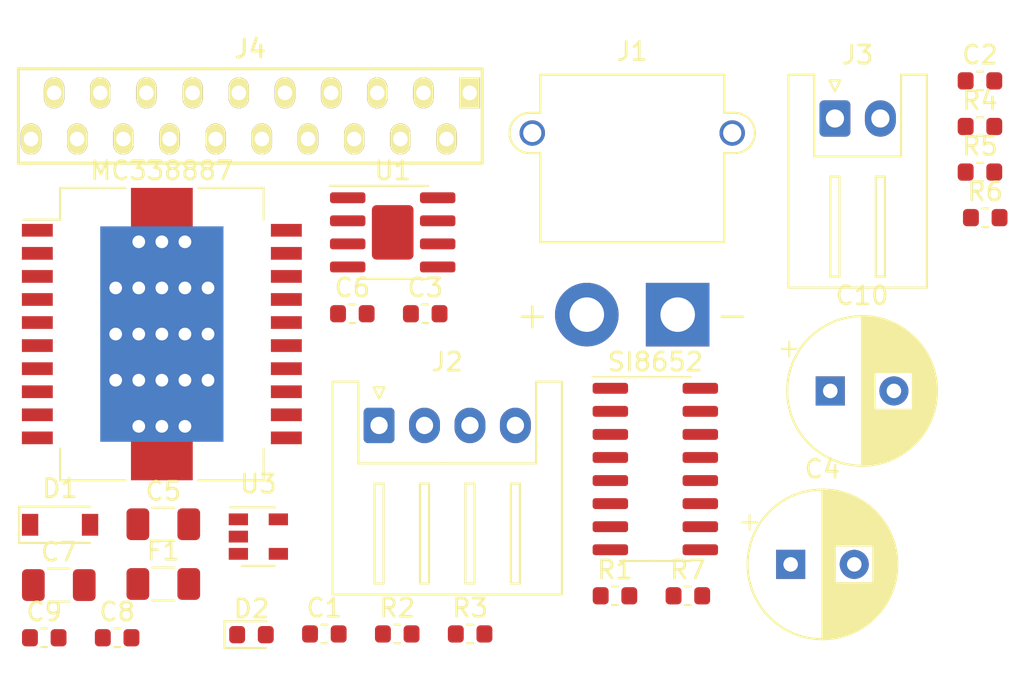
<source format=kicad_pcb>
(kicad_pcb (version 20171130) (host pcbnew 5.1.5-52549c5~84~ubuntu18.04.1)

  (general
    (thickness 1.6)
    (drawings 0)
    (tracks 0)
    (zones 0)
    (modules 28)
    (nets 29)
  )

  (page A4)
  (layers
    (0 F.Cu signal)
    (31 B.Cu signal)
    (32 B.Adhes user)
    (33 F.Adhes user)
    (34 B.Paste user)
    (35 F.Paste user)
    (36 B.SilkS user)
    (37 F.SilkS user)
    (38 B.Mask user)
    (39 F.Mask user)
    (40 Dwgs.User user)
    (41 Cmts.User user)
    (42 Eco1.User user)
    (43 Eco2.User user)
    (44 Edge.Cuts user)
    (45 Margin user)
    (46 B.CrtYd user)
    (47 F.CrtYd user)
    (48 B.Fab user)
    (49 F.Fab user)
  )

  (setup
    (last_trace_width 0.25)
    (trace_clearance 0.2)
    (zone_clearance 0.508)
    (zone_45_only no)
    (trace_min 0.2)
    (via_size 0.8)
    (via_drill 0.4)
    (via_min_size 0.4)
    (via_min_drill 0.3)
    (uvia_size 0.3)
    (uvia_drill 0.1)
    (uvias_allowed no)
    (uvia_min_size 0.2)
    (uvia_min_drill 0.1)
    (edge_width 0.05)
    (segment_width 0.2)
    (pcb_text_width 0.3)
    (pcb_text_size 1.5 1.5)
    (mod_edge_width 0.12)
    (mod_text_size 1 1)
    (mod_text_width 0.15)
    (pad_size 1.524 1.524)
    (pad_drill 0.762)
    (pad_to_mask_clearance 0.051)
    (solder_mask_min_width 0.25)
    (aux_axis_origin 0 0)
    (visible_elements FFFFFF7F)
    (pcbplotparams
      (layerselection 0x010fc_ffffffff)
      (usegerberextensions false)
      (usegerberattributes false)
      (usegerberadvancedattributes false)
      (creategerberjobfile false)
      (excludeedgelayer true)
      (linewidth 0.100000)
      (plotframeref false)
      (viasonmask false)
      (mode 1)
      (useauxorigin false)
      (hpglpennumber 1)
      (hpglpenspeed 20)
      (hpglpendiameter 15.000000)
      (psnegative false)
      (psa4output false)
      (plotreference true)
      (plotvalue true)
      (plotinvisibletext false)
      (padsonsilk false)
      (subtractmaskfromsilk false)
      (outputformat 1)
      (mirror false)
      (drillshape 1)
      (scaleselection 1)
      (outputdirectory ""))
  )

  (net 0 "")
  (net 1 +3V3)
  (net 2 GND)
  (net 3 GNDA)
  (net 4 +5V)
  (net 5 "Net-(C3-Pad1)")
  (net 6 VCC_IN)
  (net 7 VCC)
  (net 8 "Net-(C6-Pad1)")
  (net 9 "Net-(D1-Pad1)")
  (net 10 "Net-(D2-Pad1)")
  (net 11 GNDA_IN)
  (net 12 "Net-(J2-Pad2)")
  (net 13 "Net-(J2-Pad3)")
  (net 14 MOTOR1)
  (net 15 MOTOR2)
  (net 16 DIR2)
  (net 17 DIR1)
  (net 18 PWM)
  (net 19 ENCA)
  (net 20 ENCB)
  (net 21 FAULT)
  (net 22 FB)
  (net 23 "Net-(MC338887-Pad2)")
  (net 24 DIR1_D)
  (net 25 "Net-(MC338887-Pad8)")
  (net 26 PWM_D)
  (net 27 DIR2_D)
  (net 28 "Net-(MC338887-Pad20)")

  (net_class Default "This is the default net class."
    (clearance 0.2)
    (trace_width 0.25)
    (via_dia 0.8)
    (via_drill 0.4)
    (uvia_dia 0.3)
    (uvia_drill 0.1)
    (add_net +3V3)
    (add_net +5V)
    (add_net DIR1)
    (add_net DIR1_D)
    (add_net DIR2)
    (add_net DIR2_D)
    (add_net ENCA)
    (add_net ENCB)
    (add_net FAULT)
    (add_net FB)
    (add_net GND)
    (add_net GNDA)
    (add_net GNDA_IN)
    (add_net MOTOR1)
    (add_net MOTOR2)
    (add_net "Net-(C3-Pad1)")
    (add_net "Net-(C6-Pad1)")
    (add_net "Net-(D1-Pad1)")
    (add_net "Net-(D2-Pad1)")
    (add_net "Net-(J2-Pad2)")
    (add_net "Net-(J2-Pad3)")
    (add_net "Net-(MC338887-Pad2)")
    (add_net "Net-(MC338887-Pad20)")
    (add_net "Net-(MC338887-Pad8)")
    (add_net PWM)
    (add_net PWM_D)
    (add_net VCC)
    (add_net VCC_IN)
  )

  (module Capacitor_SMD:C_0603_1608Metric (layer F.Cu) (tedit 5B301BBE) (tstamp 5E7E1799)
    (at 150.265001 85.815001)
    (descr "Capacitor SMD 0603 (1608 Metric), square (rectangular) end terminal, IPC_7351 nominal, (Body size source: http://www.tortai-tech.com/upload/download/2011102023233369053.pdf), generated with kicad-footprint-generator")
    (tags capacitor)
    (path /3E9ECBAC)
    (attr smd)
    (fp_text reference C1 (at 0 -1.43) (layer F.SilkS)
      (effects (font (size 1 1) (thickness 0.15)))
    )
    (fp_text value 100nF (at 0 1.43) (layer F.Fab)
      (effects (font (size 1 1) (thickness 0.15)))
    )
    (fp_line (start -0.8 0.4) (end -0.8 -0.4) (layer F.Fab) (width 0.1))
    (fp_line (start -0.8 -0.4) (end 0.8 -0.4) (layer F.Fab) (width 0.1))
    (fp_line (start 0.8 -0.4) (end 0.8 0.4) (layer F.Fab) (width 0.1))
    (fp_line (start 0.8 0.4) (end -0.8 0.4) (layer F.Fab) (width 0.1))
    (fp_line (start -0.162779 -0.51) (end 0.162779 -0.51) (layer F.SilkS) (width 0.12))
    (fp_line (start -0.162779 0.51) (end 0.162779 0.51) (layer F.SilkS) (width 0.12))
    (fp_line (start -1.48 0.73) (end -1.48 -0.73) (layer F.CrtYd) (width 0.05))
    (fp_line (start -1.48 -0.73) (end 1.48 -0.73) (layer F.CrtYd) (width 0.05))
    (fp_line (start 1.48 -0.73) (end 1.48 0.73) (layer F.CrtYd) (width 0.05))
    (fp_line (start 1.48 0.73) (end -1.48 0.73) (layer F.CrtYd) (width 0.05))
    (fp_text user %R (at 0 0) (layer F.Fab)
      (effects (font (size 0.4 0.4) (thickness 0.06)))
    )
    (pad 1 smd roundrect (at -0.7875 0) (size 0.875 0.95) (layers F.Cu F.Paste F.Mask) (roundrect_rratio 0.25)
      (net 1 +3V3))
    (pad 2 smd roundrect (at 0.7875 0) (size 0.875 0.95) (layers F.Cu F.Paste F.Mask) (roundrect_rratio 0.25)
      (net 2 GND))
    (model ${KISYS3DMOD}/Capacitor_SMD.3dshapes/C_0603_1608Metric.wrl
      (at (xyz 0 0 0))
      (scale (xyz 1 1 1))
      (rotate (xyz 0 0 0))
    )
  )

  (module Capacitor_SMD:C_0603_1608Metric (layer F.Cu) (tedit 5B301BBE) (tstamp 5E7E17AA)
    (at 186.335001 55.365001)
    (descr "Capacitor SMD 0603 (1608 Metric), square (rectangular) end terminal, IPC_7351 nominal, (Body size source: http://www.tortai-tech.com/upload/download/2011102023233369053.pdf), generated with kicad-footprint-generator")
    (tags capacitor)
    (path /761BF58F)
    (attr smd)
    (fp_text reference C2 (at 0 -1.43) (layer F.SilkS)
      (effects (font (size 1 1) (thickness 0.15)))
    )
    (fp_text value 100nF (at 0 1.43) (layer F.Fab)
      (effects (font (size 1 1) (thickness 0.15)))
    )
    (fp_text user %R (at 0 0) (layer F.Fab)
      (effects (font (size 0.4 0.4) (thickness 0.06)))
    )
    (fp_line (start 1.48 0.73) (end -1.48 0.73) (layer F.CrtYd) (width 0.05))
    (fp_line (start 1.48 -0.73) (end 1.48 0.73) (layer F.CrtYd) (width 0.05))
    (fp_line (start -1.48 -0.73) (end 1.48 -0.73) (layer F.CrtYd) (width 0.05))
    (fp_line (start -1.48 0.73) (end -1.48 -0.73) (layer F.CrtYd) (width 0.05))
    (fp_line (start -0.162779 0.51) (end 0.162779 0.51) (layer F.SilkS) (width 0.12))
    (fp_line (start -0.162779 -0.51) (end 0.162779 -0.51) (layer F.SilkS) (width 0.12))
    (fp_line (start 0.8 0.4) (end -0.8 0.4) (layer F.Fab) (width 0.1))
    (fp_line (start 0.8 -0.4) (end 0.8 0.4) (layer F.Fab) (width 0.1))
    (fp_line (start -0.8 -0.4) (end 0.8 -0.4) (layer F.Fab) (width 0.1))
    (fp_line (start -0.8 0.4) (end -0.8 -0.4) (layer F.Fab) (width 0.1))
    (pad 2 smd roundrect (at 0.7875 0) (size 0.875 0.95) (layers F.Cu F.Paste F.Mask) (roundrect_rratio 0.25)
      (net 3 GNDA))
    (pad 1 smd roundrect (at -0.7875 0) (size 0.875 0.95) (layers F.Cu F.Paste F.Mask) (roundrect_rratio 0.25)
      (net 4 +5V))
    (model ${KISYS3DMOD}/Capacitor_SMD.3dshapes/C_0603_1608Metric.wrl
      (at (xyz 0 0 0))
      (scale (xyz 1 1 1))
      (rotate (xyz 0 0 0))
    )
  )

  (module Capacitor_SMD:C_0603_1608Metric (layer F.Cu) (tedit 5B301BBE) (tstamp 5E7E17BB)
    (at 155.815001 68.185001)
    (descr "Capacitor SMD 0603 (1608 Metric), square (rectangular) end terminal, IPC_7351 nominal, (Body size source: http://www.tortai-tech.com/upload/download/2011102023233369053.pdf), generated with kicad-footprint-generator")
    (tags capacitor)
    (path /186754B1)
    (attr smd)
    (fp_text reference C3 (at 0 -1.43) (layer F.SilkS)
      (effects (font (size 1 1) (thickness 0.15)))
    )
    (fp_text value 33nF (at 0 1.43) (layer F.Fab)
      (effects (font (size 1 1) (thickness 0.15)))
    )
    (fp_text user %R (at 0 0) (layer F.Fab)
      (effects (font (size 0.4 0.4) (thickness 0.06)))
    )
    (fp_line (start 1.48 0.73) (end -1.48 0.73) (layer F.CrtYd) (width 0.05))
    (fp_line (start 1.48 -0.73) (end 1.48 0.73) (layer F.CrtYd) (width 0.05))
    (fp_line (start -1.48 -0.73) (end 1.48 -0.73) (layer F.CrtYd) (width 0.05))
    (fp_line (start -1.48 0.73) (end -1.48 -0.73) (layer F.CrtYd) (width 0.05))
    (fp_line (start -0.162779 0.51) (end 0.162779 0.51) (layer F.SilkS) (width 0.12))
    (fp_line (start -0.162779 -0.51) (end 0.162779 -0.51) (layer F.SilkS) (width 0.12))
    (fp_line (start 0.8 0.4) (end -0.8 0.4) (layer F.Fab) (width 0.1))
    (fp_line (start 0.8 -0.4) (end 0.8 0.4) (layer F.Fab) (width 0.1))
    (fp_line (start -0.8 -0.4) (end 0.8 -0.4) (layer F.Fab) (width 0.1))
    (fp_line (start -0.8 0.4) (end -0.8 -0.4) (layer F.Fab) (width 0.1))
    (pad 2 smd roundrect (at 0.7875 0) (size 0.875 0.95) (layers F.Cu F.Paste F.Mask) (roundrect_rratio 0.25)
      (net 3 GNDA))
    (pad 1 smd roundrect (at -0.7875 0) (size 0.875 0.95) (layers F.Cu F.Paste F.Mask) (roundrect_rratio 0.25)
      (net 5 "Net-(C3-Pad1)"))
    (model ${KISYS3DMOD}/Capacitor_SMD.3dshapes/C_0603_1608Metric.wrl
      (at (xyz 0 0 0))
      (scale (xyz 1 1 1))
      (rotate (xyz 0 0 0))
    )
  )

  (module Capacitor_THT:CP_Radial_D8.0mm_P3.50mm (layer F.Cu) (tedit 5AE50EF0) (tstamp 5E7E1864)
    (at 175.919699 81.985001)
    (descr "CP, Radial series, Radial, pin pitch=3.50mm, , diameter=8mm, Electrolytic Capacitor")
    (tags "CP Radial series Radial pin pitch 3.50mm  diameter 8mm Electrolytic Capacitor")
    (path /E52440EF)
    (fp_text reference C4 (at 1.75 -5.25) (layer F.SilkS)
      (effects (font (size 1 1) (thickness 0.15)))
    )
    (fp_text value 220uF (at 1.75 5.25) (layer F.Fab)
      (effects (font (size 1 1) (thickness 0.15)))
    )
    (fp_text user %R (at 1.75 0) (layer F.Fab)
      (effects (font (size 1 1) (thickness 0.15)))
    )
    (fp_line (start -2.259698 -2.715) (end -2.259698 -1.915) (layer F.SilkS) (width 0.12))
    (fp_line (start -2.659698 -2.315) (end -1.859698 -2.315) (layer F.SilkS) (width 0.12))
    (fp_line (start 5.831 -0.533) (end 5.831 0.533) (layer F.SilkS) (width 0.12))
    (fp_line (start 5.791 -0.768) (end 5.791 0.768) (layer F.SilkS) (width 0.12))
    (fp_line (start 5.751 -0.948) (end 5.751 0.948) (layer F.SilkS) (width 0.12))
    (fp_line (start 5.711 -1.098) (end 5.711 1.098) (layer F.SilkS) (width 0.12))
    (fp_line (start 5.671 -1.229) (end 5.671 1.229) (layer F.SilkS) (width 0.12))
    (fp_line (start 5.631 -1.346) (end 5.631 1.346) (layer F.SilkS) (width 0.12))
    (fp_line (start 5.591 -1.453) (end 5.591 1.453) (layer F.SilkS) (width 0.12))
    (fp_line (start 5.551 -1.552) (end 5.551 1.552) (layer F.SilkS) (width 0.12))
    (fp_line (start 5.511 -1.645) (end 5.511 1.645) (layer F.SilkS) (width 0.12))
    (fp_line (start 5.471 -1.731) (end 5.471 1.731) (layer F.SilkS) (width 0.12))
    (fp_line (start 5.431 -1.813) (end 5.431 1.813) (layer F.SilkS) (width 0.12))
    (fp_line (start 5.391 -1.89) (end 5.391 1.89) (layer F.SilkS) (width 0.12))
    (fp_line (start 5.351 -1.964) (end 5.351 1.964) (layer F.SilkS) (width 0.12))
    (fp_line (start 5.311 -2.034) (end 5.311 2.034) (layer F.SilkS) (width 0.12))
    (fp_line (start 5.271 -2.102) (end 5.271 2.102) (layer F.SilkS) (width 0.12))
    (fp_line (start 5.231 -2.166) (end 5.231 2.166) (layer F.SilkS) (width 0.12))
    (fp_line (start 5.191 -2.228) (end 5.191 2.228) (layer F.SilkS) (width 0.12))
    (fp_line (start 5.151 -2.287) (end 5.151 2.287) (layer F.SilkS) (width 0.12))
    (fp_line (start 5.111 -2.345) (end 5.111 2.345) (layer F.SilkS) (width 0.12))
    (fp_line (start 5.071 -2.4) (end 5.071 2.4) (layer F.SilkS) (width 0.12))
    (fp_line (start 5.031 -2.454) (end 5.031 2.454) (layer F.SilkS) (width 0.12))
    (fp_line (start 4.991 -2.505) (end 4.991 2.505) (layer F.SilkS) (width 0.12))
    (fp_line (start 4.951 -2.556) (end 4.951 2.556) (layer F.SilkS) (width 0.12))
    (fp_line (start 4.911 -2.604) (end 4.911 2.604) (layer F.SilkS) (width 0.12))
    (fp_line (start 4.871 -2.651) (end 4.871 2.651) (layer F.SilkS) (width 0.12))
    (fp_line (start 4.831 -2.697) (end 4.831 2.697) (layer F.SilkS) (width 0.12))
    (fp_line (start 4.791 -2.741) (end 4.791 2.741) (layer F.SilkS) (width 0.12))
    (fp_line (start 4.751 -2.784) (end 4.751 2.784) (layer F.SilkS) (width 0.12))
    (fp_line (start 4.711 -2.826) (end 4.711 2.826) (layer F.SilkS) (width 0.12))
    (fp_line (start 4.671 -2.867) (end 4.671 2.867) (layer F.SilkS) (width 0.12))
    (fp_line (start 4.631 -2.907) (end 4.631 2.907) (layer F.SilkS) (width 0.12))
    (fp_line (start 4.591 -2.945) (end 4.591 2.945) (layer F.SilkS) (width 0.12))
    (fp_line (start 4.551 -2.983) (end 4.551 2.983) (layer F.SilkS) (width 0.12))
    (fp_line (start 4.511 1.04) (end 4.511 3.019) (layer F.SilkS) (width 0.12))
    (fp_line (start 4.511 -3.019) (end 4.511 -1.04) (layer F.SilkS) (width 0.12))
    (fp_line (start 4.471 1.04) (end 4.471 3.055) (layer F.SilkS) (width 0.12))
    (fp_line (start 4.471 -3.055) (end 4.471 -1.04) (layer F.SilkS) (width 0.12))
    (fp_line (start 4.431 1.04) (end 4.431 3.09) (layer F.SilkS) (width 0.12))
    (fp_line (start 4.431 -3.09) (end 4.431 -1.04) (layer F.SilkS) (width 0.12))
    (fp_line (start 4.391 1.04) (end 4.391 3.124) (layer F.SilkS) (width 0.12))
    (fp_line (start 4.391 -3.124) (end 4.391 -1.04) (layer F.SilkS) (width 0.12))
    (fp_line (start 4.351 1.04) (end 4.351 3.156) (layer F.SilkS) (width 0.12))
    (fp_line (start 4.351 -3.156) (end 4.351 -1.04) (layer F.SilkS) (width 0.12))
    (fp_line (start 4.311 1.04) (end 4.311 3.189) (layer F.SilkS) (width 0.12))
    (fp_line (start 4.311 -3.189) (end 4.311 -1.04) (layer F.SilkS) (width 0.12))
    (fp_line (start 4.271 1.04) (end 4.271 3.22) (layer F.SilkS) (width 0.12))
    (fp_line (start 4.271 -3.22) (end 4.271 -1.04) (layer F.SilkS) (width 0.12))
    (fp_line (start 4.231 1.04) (end 4.231 3.25) (layer F.SilkS) (width 0.12))
    (fp_line (start 4.231 -3.25) (end 4.231 -1.04) (layer F.SilkS) (width 0.12))
    (fp_line (start 4.191 1.04) (end 4.191 3.28) (layer F.SilkS) (width 0.12))
    (fp_line (start 4.191 -3.28) (end 4.191 -1.04) (layer F.SilkS) (width 0.12))
    (fp_line (start 4.151 1.04) (end 4.151 3.309) (layer F.SilkS) (width 0.12))
    (fp_line (start 4.151 -3.309) (end 4.151 -1.04) (layer F.SilkS) (width 0.12))
    (fp_line (start 4.111 1.04) (end 4.111 3.338) (layer F.SilkS) (width 0.12))
    (fp_line (start 4.111 -3.338) (end 4.111 -1.04) (layer F.SilkS) (width 0.12))
    (fp_line (start 4.071 1.04) (end 4.071 3.365) (layer F.SilkS) (width 0.12))
    (fp_line (start 4.071 -3.365) (end 4.071 -1.04) (layer F.SilkS) (width 0.12))
    (fp_line (start 4.031 1.04) (end 4.031 3.392) (layer F.SilkS) (width 0.12))
    (fp_line (start 4.031 -3.392) (end 4.031 -1.04) (layer F.SilkS) (width 0.12))
    (fp_line (start 3.991 1.04) (end 3.991 3.418) (layer F.SilkS) (width 0.12))
    (fp_line (start 3.991 -3.418) (end 3.991 -1.04) (layer F.SilkS) (width 0.12))
    (fp_line (start 3.951 1.04) (end 3.951 3.444) (layer F.SilkS) (width 0.12))
    (fp_line (start 3.951 -3.444) (end 3.951 -1.04) (layer F.SilkS) (width 0.12))
    (fp_line (start 3.911 1.04) (end 3.911 3.469) (layer F.SilkS) (width 0.12))
    (fp_line (start 3.911 -3.469) (end 3.911 -1.04) (layer F.SilkS) (width 0.12))
    (fp_line (start 3.871 1.04) (end 3.871 3.493) (layer F.SilkS) (width 0.12))
    (fp_line (start 3.871 -3.493) (end 3.871 -1.04) (layer F.SilkS) (width 0.12))
    (fp_line (start 3.831 1.04) (end 3.831 3.517) (layer F.SilkS) (width 0.12))
    (fp_line (start 3.831 -3.517) (end 3.831 -1.04) (layer F.SilkS) (width 0.12))
    (fp_line (start 3.791 1.04) (end 3.791 3.54) (layer F.SilkS) (width 0.12))
    (fp_line (start 3.791 -3.54) (end 3.791 -1.04) (layer F.SilkS) (width 0.12))
    (fp_line (start 3.751 1.04) (end 3.751 3.562) (layer F.SilkS) (width 0.12))
    (fp_line (start 3.751 -3.562) (end 3.751 -1.04) (layer F.SilkS) (width 0.12))
    (fp_line (start 3.711 1.04) (end 3.711 3.584) (layer F.SilkS) (width 0.12))
    (fp_line (start 3.711 -3.584) (end 3.711 -1.04) (layer F.SilkS) (width 0.12))
    (fp_line (start 3.671 1.04) (end 3.671 3.606) (layer F.SilkS) (width 0.12))
    (fp_line (start 3.671 -3.606) (end 3.671 -1.04) (layer F.SilkS) (width 0.12))
    (fp_line (start 3.631 1.04) (end 3.631 3.627) (layer F.SilkS) (width 0.12))
    (fp_line (start 3.631 -3.627) (end 3.631 -1.04) (layer F.SilkS) (width 0.12))
    (fp_line (start 3.591 1.04) (end 3.591 3.647) (layer F.SilkS) (width 0.12))
    (fp_line (start 3.591 -3.647) (end 3.591 -1.04) (layer F.SilkS) (width 0.12))
    (fp_line (start 3.551 1.04) (end 3.551 3.666) (layer F.SilkS) (width 0.12))
    (fp_line (start 3.551 -3.666) (end 3.551 -1.04) (layer F.SilkS) (width 0.12))
    (fp_line (start 3.511 1.04) (end 3.511 3.686) (layer F.SilkS) (width 0.12))
    (fp_line (start 3.511 -3.686) (end 3.511 -1.04) (layer F.SilkS) (width 0.12))
    (fp_line (start 3.471 1.04) (end 3.471 3.704) (layer F.SilkS) (width 0.12))
    (fp_line (start 3.471 -3.704) (end 3.471 -1.04) (layer F.SilkS) (width 0.12))
    (fp_line (start 3.431 1.04) (end 3.431 3.722) (layer F.SilkS) (width 0.12))
    (fp_line (start 3.431 -3.722) (end 3.431 -1.04) (layer F.SilkS) (width 0.12))
    (fp_line (start 3.391 1.04) (end 3.391 3.74) (layer F.SilkS) (width 0.12))
    (fp_line (start 3.391 -3.74) (end 3.391 -1.04) (layer F.SilkS) (width 0.12))
    (fp_line (start 3.351 1.04) (end 3.351 3.757) (layer F.SilkS) (width 0.12))
    (fp_line (start 3.351 -3.757) (end 3.351 -1.04) (layer F.SilkS) (width 0.12))
    (fp_line (start 3.311 1.04) (end 3.311 3.774) (layer F.SilkS) (width 0.12))
    (fp_line (start 3.311 -3.774) (end 3.311 -1.04) (layer F.SilkS) (width 0.12))
    (fp_line (start 3.271 1.04) (end 3.271 3.79) (layer F.SilkS) (width 0.12))
    (fp_line (start 3.271 -3.79) (end 3.271 -1.04) (layer F.SilkS) (width 0.12))
    (fp_line (start 3.231 1.04) (end 3.231 3.805) (layer F.SilkS) (width 0.12))
    (fp_line (start 3.231 -3.805) (end 3.231 -1.04) (layer F.SilkS) (width 0.12))
    (fp_line (start 3.191 1.04) (end 3.191 3.821) (layer F.SilkS) (width 0.12))
    (fp_line (start 3.191 -3.821) (end 3.191 -1.04) (layer F.SilkS) (width 0.12))
    (fp_line (start 3.151 1.04) (end 3.151 3.835) (layer F.SilkS) (width 0.12))
    (fp_line (start 3.151 -3.835) (end 3.151 -1.04) (layer F.SilkS) (width 0.12))
    (fp_line (start 3.111 1.04) (end 3.111 3.85) (layer F.SilkS) (width 0.12))
    (fp_line (start 3.111 -3.85) (end 3.111 -1.04) (layer F.SilkS) (width 0.12))
    (fp_line (start 3.071 1.04) (end 3.071 3.863) (layer F.SilkS) (width 0.12))
    (fp_line (start 3.071 -3.863) (end 3.071 -1.04) (layer F.SilkS) (width 0.12))
    (fp_line (start 3.031 1.04) (end 3.031 3.877) (layer F.SilkS) (width 0.12))
    (fp_line (start 3.031 -3.877) (end 3.031 -1.04) (layer F.SilkS) (width 0.12))
    (fp_line (start 2.991 1.04) (end 2.991 3.889) (layer F.SilkS) (width 0.12))
    (fp_line (start 2.991 -3.889) (end 2.991 -1.04) (layer F.SilkS) (width 0.12))
    (fp_line (start 2.951 1.04) (end 2.951 3.902) (layer F.SilkS) (width 0.12))
    (fp_line (start 2.951 -3.902) (end 2.951 -1.04) (layer F.SilkS) (width 0.12))
    (fp_line (start 2.911 1.04) (end 2.911 3.914) (layer F.SilkS) (width 0.12))
    (fp_line (start 2.911 -3.914) (end 2.911 -1.04) (layer F.SilkS) (width 0.12))
    (fp_line (start 2.871 1.04) (end 2.871 3.925) (layer F.SilkS) (width 0.12))
    (fp_line (start 2.871 -3.925) (end 2.871 -1.04) (layer F.SilkS) (width 0.12))
    (fp_line (start 2.831 1.04) (end 2.831 3.936) (layer F.SilkS) (width 0.12))
    (fp_line (start 2.831 -3.936) (end 2.831 -1.04) (layer F.SilkS) (width 0.12))
    (fp_line (start 2.791 1.04) (end 2.791 3.947) (layer F.SilkS) (width 0.12))
    (fp_line (start 2.791 -3.947) (end 2.791 -1.04) (layer F.SilkS) (width 0.12))
    (fp_line (start 2.751 1.04) (end 2.751 3.957) (layer F.SilkS) (width 0.12))
    (fp_line (start 2.751 -3.957) (end 2.751 -1.04) (layer F.SilkS) (width 0.12))
    (fp_line (start 2.711 1.04) (end 2.711 3.967) (layer F.SilkS) (width 0.12))
    (fp_line (start 2.711 -3.967) (end 2.711 -1.04) (layer F.SilkS) (width 0.12))
    (fp_line (start 2.671 1.04) (end 2.671 3.976) (layer F.SilkS) (width 0.12))
    (fp_line (start 2.671 -3.976) (end 2.671 -1.04) (layer F.SilkS) (width 0.12))
    (fp_line (start 2.631 1.04) (end 2.631 3.985) (layer F.SilkS) (width 0.12))
    (fp_line (start 2.631 -3.985) (end 2.631 -1.04) (layer F.SilkS) (width 0.12))
    (fp_line (start 2.591 1.04) (end 2.591 3.994) (layer F.SilkS) (width 0.12))
    (fp_line (start 2.591 -3.994) (end 2.591 -1.04) (layer F.SilkS) (width 0.12))
    (fp_line (start 2.551 1.04) (end 2.551 4.002) (layer F.SilkS) (width 0.12))
    (fp_line (start 2.551 -4.002) (end 2.551 -1.04) (layer F.SilkS) (width 0.12))
    (fp_line (start 2.511 1.04) (end 2.511 4.01) (layer F.SilkS) (width 0.12))
    (fp_line (start 2.511 -4.01) (end 2.511 -1.04) (layer F.SilkS) (width 0.12))
    (fp_line (start 2.471 1.04) (end 2.471 4.017) (layer F.SilkS) (width 0.12))
    (fp_line (start 2.471 -4.017) (end 2.471 -1.04) (layer F.SilkS) (width 0.12))
    (fp_line (start 2.43 -4.024) (end 2.43 4.024) (layer F.SilkS) (width 0.12))
    (fp_line (start 2.39 -4.03) (end 2.39 4.03) (layer F.SilkS) (width 0.12))
    (fp_line (start 2.35 -4.037) (end 2.35 4.037) (layer F.SilkS) (width 0.12))
    (fp_line (start 2.31 -4.042) (end 2.31 4.042) (layer F.SilkS) (width 0.12))
    (fp_line (start 2.27 -4.048) (end 2.27 4.048) (layer F.SilkS) (width 0.12))
    (fp_line (start 2.23 -4.052) (end 2.23 4.052) (layer F.SilkS) (width 0.12))
    (fp_line (start 2.19 -4.057) (end 2.19 4.057) (layer F.SilkS) (width 0.12))
    (fp_line (start 2.15 -4.061) (end 2.15 4.061) (layer F.SilkS) (width 0.12))
    (fp_line (start 2.11 -4.065) (end 2.11 4.065) (layer F.SilkS) (width 0.12))
    (fp_line (start 2.07 -4.068) (end 2.07 4.068) (layer F.SilkS) (width 0.12))
    (fp_line (start 2.03 -4.071) (end 2.03 4.071) (layer F.SilkS) (width 0.12))
    (fp_line (start 1.99 -4.074) (end 1.99 4.074) (layer F.SilkS) (width 0.12))
    (fp_line (start 1.95 -4.076) (end 1.95 4.076) (layer F.SilkS) (width 0.12))
    (fp_line (start 1.91 -4.077) (end 1.91 4.077) (layer F.SilkS) (width 0.12))
    (fp_line (start 1.87 -4.079) (end 1.87 4.079) (layer F.SilkS) (width 0.12))
    (fp_line (start 1.83 -4.08) (end 1.83 4.08) (layer F.SilkS) (width 0.12))
    (fp_line (start 1.79 -4.08) (end 1.79 4.08) (layer F.SilkS) (width 0.12))
    (fp_line (start 1.75 -4.08) (end 1.75 4.08) (layer F.SilkS) (width 0.12))
    (fp_line (start -1.276759 -2.1475) (end -1.276759 -1.3475) (layer F.Fab) (width 0.1))
    (fp_line (start -1.676759 -1.7475) (end -0.876759 -1.7475) (layer F.Fab) (width 0.1))
    (fp_circle (center 1.75 0) (end 6 0) (layer F.CrtYd) (width 0.05))
    (fp_circle (center 1.75 0) (end 5.87 0) (layer F.SilkS) (width 0.12))
    (fp_circle (center 1.75 0) (end 5.75 0) (layer F.Fab) (width 0.1))
    (pad 2 thru_hole circle (at 3.5 0) (size 1.6 1.6) (drill 0.8) (layers *.Cu *.Mask)
      (net 3 GNDA))
    (pad 1 thru_hole rect (at 0 0) (size 1.6 1.6) (drill 0.8) (layers *.Cu *.Mask)
      (net 6 VCC_IN))
    (model ${KISYS3DMOD}/Capacitor_THT.3dshapes/CP_Radial_D8.0mm_P3.50mm.wrl
      (at (xyz 0 0 0))
      (scale (xyz 1 1 1))
      (rotate (xyz 0 0 0))
    )
  )

  (module Capacitor_SMD:C_1206_3216Metric (layer F.Cu) (tedit 5B301BBE) (tstamp 5E7E1875)
    (at 141.405001 79.775001)
    (descr "Capacitor SMD 1206 (3216 Metric), square (rectangular) end terminal, IPC_7351 nominal, (Body size source: http://www.tortai-tech.com/upload/download/2011102023233369053.pdf), generated with kicad-footprint-generator")
    (tags capacitor)
    (path /09CD1EDC)
    (attr smd)
    (fp_text reference C5 (at 0 -1.82) (layer F.SilkS)
      (effects (font (size 1 1) (thickness 0.15)))
    )
    (fp_text value 10uF (at 0 1.82) (layer F.Fab)
      (effects (font (size 1 1) (thickness 0.15)))
    )
    (fp_line (start -1.6 0.8) (end -1.6 -0.8) (layer F.Fab) (width 0.1))
    (fp_line (start -1.6 -0.8) (end 1.6 -0.8) (layer F.Fab) (width 0.1))
    (fp_line (start 1.6 -0.8) (end 1.6 0.8) (layer F.Fab) (width 0.1))
    (fp_line (start 1.6 0.8) (end -1.6 0.8) (layer F.Fab) (width 0.1))
    (fp_line (start -0.602064 -0.91) (end 0.602064 -0.91) (layer F.SilkS) (width 0.12))
    (fp_line (start -0.602064 0.91) (end 0.602064 0.91) (layer F.SilkS) (width 0.12))
    (fp_line (start -2.28 1.12) (end -2.28 -1.12) (layer F.CrtYd) (width 0.05))
    (fp_line (start -2.28 -1.12) (end 2.28 -1.12) (layer F.CrtYd) (width 0.05))
    (fp_line (start 2.28 -1.12) (end 2.28 1.12) (layer F.CrtYd) (width 0.05))
    (fp_line (start 2.28 1.12) (end -2.28 1.12) (layer F.CrtYd) (width 0.05))
    (fp_text user %R (at 0 0) (layer F.Fab)
      (effects (font (size 0.8 0.8) (thickness 0.12)))
    )
    (pad 1 smd roundrect (at -1.4 0) (size 1.25 1.75) (layers F.Cu F.Paste F.Mask) (roundrect_rratio 0.2)
      (net 7 VCC))
    (pad 2 smd roundrect (at 1.4 0) (size 1.25 1.75) (layers F.Cu F.Paste F.Mask) (roundrect_rratio 0.2)
      (net 3 GNDA))
    (model ${KISYS3DMOD}/Capacitor_SMD.3dshapes/C_1206_3216Metric.wrl
      (at (xyz 0 0 0))
      (scale (xyz 1 1 1))
      (rotate (xyz 0 0 0))
    )
  )

  (module Capacitor_SMD:C_0603_1608Metric (layer F.Cu) (tedit 5B301BBE) (tstamp 5E7E1886)
    (at 151.805001 68.185001)
    (descr "Capacitor SMD 0603 (1608 Metric), square (rectangular) end terminal, IPC_7351 nominal, (Body size source: http://www.tortai-tech.com/upload/download/2011102023233369053.pdf), generated with kicad-footprint-generator")
    (tags capacitor)
    (path /E176B0C6)
    (attr smd)
    (fp_text reference C6 (at 0 -1.43) (layer F.SilkS)
      (effects (font (size 1 1) (thickness 0.15)))
    )
    (fp_text value 100nF (at 0 1.43) (layer F.Fab)
      (effects (font (size 1 1) (thickness 0.15)))
    )
    (fp_line (start -0.8 0.4) (end -0.8 -0.4) (layer F.Fab) (width 0.1))
    (fp_line (start -0.8 -0.4) (end 0.8 -0.4) (layer F.Fab) (width 0.1))
    (fp_line (start 0.8 -0.4) (end 0.8 0.4) (layer F.Fab) (width 0.1))
    (fp_line (start 0.8 0.4) (end -0.8 0.4) (layer F.Fab) (width 0.1))
    (fp_line (start -0.162779 -0.51) (end 0.162779 -0.51) (layer F.SilkS) (width 0.12))
    (fp_line (start -0.162779 0.51) (end 0.162779 0.51) (layer F.SilkS) (width 0.12))
    (fp_line (start -1.48 0.73) (end -1.48 -0.73) (layer F.CrtYd) (width 0.05))
    (fp_line (start -1.48 -0.73) (end 1.48 -0.73) (layer F.CrtYd) (width 0.05))
    (fp_line (start 1.48 -0.73) (end 1.48 0.73) (layer F.CrtYd) (width 0.05))
    (fp_line (start 1.48 0.73) (end -1.48 0.73) (layer F.CrtYd) (width 0.05))
    (fp_text user %R (at 0 0) (layer F.Fab)
      (effects (font (size 0.4 0.4) (thickness 0.06)))
    )
    (pad 1 smd roundrect (at -0.7875 0) (size 0.875 0.95) (layers F.Cu F.Paste F.Mask) (roundrect_rratio 0.25)
      (net 8 "Net-(C6-Pad1)"))
    (pad 2 smd roundrect (at 0.7875 0) (size 0.875 0.95) (layers F.Cu F.Paste F.Mask) (roundrect_rratio 0.25)
      (net 3 GNDA))
    (model ${KISYS3DMOD}/Capacitor_SMD.3dshapes/C_0603_1608Metric.wrl
      (at (xyz 0 0 0))
      (scale (xyz 1 1 1))
      (rotate (xyz 0 0 0))
    )
  )

  (module Capacitor_SMD:C_1206_3216Metric (layer F.Cu) (tedit 5B301BBE) (tstamp 5E7E1897)
    (at 135.655001 83.125001)
    (descr "Capacitor SMD 1206 (3216 Metric), square (rectangular) end terminal, IPC_7351 nominal, (Body size source: http://www.tortai-tech.com/upload/download/2011102023233369053.pdf), generated with kicad-footprint-generator")
    (tags capacitor)
    (path /493D4CA5)
    (attr smd)
    (fp_text reference C7 (at 0 -1.82) (layer F.SilkS)
      (effects (font (size 1 1) (thickness 0.15)))
    )
    (fp_text value 10uF (at 0 1.82) (layer F.Fab)
      (effects (font (size 1 1) (thickness 0.15)))
    )
    (fp_text user %R (at 0 0) (layer F.Fab)
      (effects (font (size 0.8 0.8) (thickness 0.12)))
    )
    (fp_line (start 2.28 1.12) (end -2.28 1.12) (layer F.CrtYd) (width 0.05))
    (fp_line (start 2.28 -1.12) (end 2.28 1.12) (layer F.CrtYd) (width 0.05))
    (fp_line (start -2.28 -1.12) (end 2.28 -1.12) (layer F.CrtYd) (width 0.05))
    (fp_line (start -2.28 1.12) (end -2.28 -1.12) (layer F.CrtYd) (width 0.05))
    (fp_line (start -0.602064 0.91) (end 0.602064 0.91) (layer F.SilkS) (width 0.12))
    (fp_line (start -0.602064 -0.91) (end 0.602064 -0.91) (layer F.SilkS) (width 0.12))
    (fp_line (start 1.6 0.8) (end -1.6 0.8) (layer F.Fab) (width 0.1))
    (fp_line (start 1.6 -0.8) (end 1.6 0.8) (layer F.Fab) (width 0.1))
    (fp_line (start -1.6 -0.8) (end 1.6 -0.8) (layer F.Fab) (width 0.1))
    (fp_line (start -1.6 0.8) (end -1.6 -0.8) (layer F.Fab) (width 0.1))
    (pad 2 smd roundrect (at 1.4 0) (size 1.25 1.75) (layers F.Cu F.Paste F.Mask) (roundrect_rratio 0.2)
      (net 3 GNDA))
    (pad 1 smd roundrect (at -1.4 0) (size 1.25 1.75) (layers F.Cu F.Paste F.Mask) (roundrect_rratio 0.2)
      (net 4 +5V))
    (model ${KISYS3DMOD}/Capacitor_SMD.3dshapes/C_1206_3216Metric.wrl
      (at (xyz 0 0 0))
      (scale (xyz 1 1 1))
      (rotate (xyz 0 0 0))
    )
  )

  (module Capacitor_SMD:C_0603_1608Metric (layer F.Cu) (tedit 5B301BBE) (tstamp 5E7E18A8)
    (at 138.865001 86.025001)
    (descr "Capacitor SMD 0603 (1608 Metric), square (rectangular) end terminal, IPC_7351 nominal, (Body size source: http://www.tortai-tech.com/upload/download/2011102023233369053.pdf), generated with kicad-footprint-generator")
    (tags capacitor)
    (path /7D0E483A)
    (attr smd)
    (fp_text reference C8 (at 0 -1.43) (layer F.SilkS)
      (effects (font (size 1 1) (thickness 0.15)))
    )
    (fp_text value 100nF (at 0 1.43) (layer F.Fab)
      (effects (font (size 1 1) (thickness 0.15)))
    )
    (fp_line (start -0.8 0.4) (end -0.8 -0.4) (layer F.Fab) (width 0.1))
    (fp_line (start -0.8 -0.4) (end 0.8 -0.4) (layer F.Fab) (width 0.1))
    (fp_line (start 0.8 -0.4) (end 0.8 0.4) (layer F.Fab) (width 0.1))
    (fp_line (start 0.8 0.4) (end -0.8 0.4) (layer F.Fab) (width 0.1))
    (fp_line (start -0.162779 -0.51) (end 0.162779 -0.51) (layer F.SilkS) (width 0.12))
    (fp_line (start -0.162779 0.51) (end 0.162779 0.51) (layer F.SilkS) (width 0.12))
    (fp_line (start -1.48 0.73) (end -1.48 -0.73) (layer F.CrtYd) (width 0.05))
    (fp_line (start -1.48 -0.73) (end 1.48 -0.73) (layer F.CrtYd) (width 0.05))
    (fp_line (start 1.48 -0.73) (end 1.48 0.73) (layer F.CrtYd) (width 0.05))
    (fp_line (start 1.48 0.73) (end -1.48 0.73) (layer F.CrtYd) (width 0.05))
    (fp_text user %R (at 0 0) (layer F.Fab)
      (effects (font (size 0.4 0.4) (thickness 0.06)))
    )
    (pad 1 smd roundrect (at -0.7875 0) (size 0.875 0.95) (layers F.Cu F.Paste F.Mask) (roundrect_rratio 0.25)
      (net 2 GND))
    (pad 2 smd roundrect (at 0.7875 0) (size 0.875 0.95) (layers F.Cu F.Paste F.Mask) (roundrect_rratio 0.25)
      (net 1 +3V3))
    (model ${KISYS3DMOD}/Capacitor_SMD.3dshapes/C_0603_1608Metric.wrl
      (at (xyz 0 0 0))
      (scale (xyz 1 1 1))
      (rotate (xyz 0 0 0))
    )
  )

  (module Capacitor_SMD:C_0603_1608Metric (layer F.Cu) (tedit 5B301BBE) (tstamp 5E7E18B9)
    (at 134.855001 86.025001)
    (descr "Capacitor SMD 0603 (1608 Metric), square (rectangular) end terminal, IPC_7351 nominal, (Body size source: http://www.tortai-tech.com/upload/download/2011102023233369053.pdf), generated with kicad-footprint-generator")
    (tags capacitor)
    (path /38F91BEE)
    (attr smd)
    (fp_text reference C9 (at 0 -1.43) (layer F.SilkS)
      (effects (font (size 1 1) (thickness 0.15)))
    )
    (fp_text value 100nF (at 0 1.43) (layer F.Fab)
      (effects (font (size 1 1) (thickness 0.15)))
    )
    (fp_text user %R (at 0 0) (layer F.Fab)
      (effects (font (size 0.4 0.4) (thickness 0.06)))
    )
    (fp_line (start 1.48 0.73) (end -1.48 0.73) (layer F.CrtYd) (width 0.05))
    (fp_line (start 1.48 -0.73) (end 1.48 0.73) (layer F.CrtYd) (width 0.05))
    (fp_line (start -1.48 -0.73) (end 1.48 -0.73) (layer F.CrtYd) (width 0.05))
    (fp_line (start -1.48 0.73) (end -1.48 -0.73) (layer F.CrtYd) (width 0.05))
    (fp_line (start -0.162779 0.51) (end 0.162779 0.51) (layer F.SilkS) (width 0.12))
    (fp_line (start -0.162779 -0.51) (end 0.162779 -0.51) (layer F.SilkS) (width 0.12))
    (fp_line (start 0.8 0.4) (end -0.8 0.4) (layer F.Fab) (width 0.1))
    (fp_line (start 0.8 -0.4) (end 0.8 0.4) (layer F.Fab) (width 0.1))
    (fp_line (start -0.8 -0.4) (end 0.8 -0.4) (layer F.Fab) (width 0.1))
    (fp_line (start -0.8 0.4) (end -0.8 -0.4) (layer F.Fab) (width 0.1))
    (pad 2 smd roundrect (at 0.7875 0) (size 0.875 0.95) (layers F.Cu F.Paste F.Mask) (roundrect_rratio 0.25)
      (net 3 GNDA))
    (pad 1 smd roundrect (at -0.7875 0) (size 0.875 0.95) (layers F.Cu F.Paste F.Mask) (roundrect_rratio 0.25)
      (net 4 +5V))
    (model ${KISYS3DMOD}/Capacitor_SMD.3dshapes/C_0603_1608Metric.wrl
      (at (xyz 0 0 0))
      (scale (xyz 1 1 1))
      (rotate (xyz 0 0 0))
    )
  )

  (module Capacitor_THT:CP_Radial_D8.0mm_P3.50mm (layer F.Cu) (tedit 5AE50EF0) (tstamp 5E7E1962)
    (at 178.099699 72.435001)
    (descr "CP, Radial series, Radial, pin pitch=3.50mm, , diameter=8mm, Electrolytic Capacitor")
    (tags "CP Radial series Radial pin pitch 3.50mm  diameter 8mm Electrolytic Capacitor")
    (path /72F200C3)
    (fp_text reference C10 (at 1.75 -5.25) (layer F.SilkS)
      (effects (font (size 1 1) (thickness 0.15)))
    )
    (fp_text value 220uF (at 1.75 5.25) (layer F.Fab)
      (effects (font (size 1 1) (thickness 0.15)))
    )
    (fp_circle (center 1.75 0) (end 5.75 0) (layer F.Fab) (width 0.1))
    (fp_circle (center 1.75 0) (end 5.87 0) (layer F.SilkS) (width 0.12))
    (fp_circle (center 1.75 0) (end 6 0) (layer F.CrtYd) (width 0.05))
    (fp_line (start -1.676759 -1.7475) (end -0.876759 -1.7475) (layer F.Fab) (width 0.1))
    (fp_line (start -1.276759 -2.1475) (end -1.276759 -1.3475) (layer F.Fab) (width 0.1))
    (fp_line (start 1.75 -4.08) (end 1.75 4.08) (layer F.SilkS) (width 0.12))
    (fp_line (start 1.79 -4.08) (end 1.79 4.08) (layer F.SilkS) (width 0.12))
    (fp_line (start 1.83 -4.08) (end 1.83 4.08) (layer F.SilkS) (width 0.12))
    (fp_line (start 1.87 -4.079) (end 1.87 4.079) (layer F.SilkS) (width 0.12))
    (fp_line (start 1.91 -4.077) (end 1.91 4.077) (layer F.SilkS) (width 0.12))
    (fp_line (start 1.95 -4.076) (end 1.95 4.076) (layer F.SilkS) (width 0.12))
    (fp_line (start 1.99 -4.074) (end 1.99 4.074) (layer F.SilkS) (width 0.12))
    (fp_line (start 2.03 -4.071) (end 2.03 4.071) (layer F.SilkS) (width 0.12))
    (fp_line (start 2.07 -4.068) (end 2.07 4.068) (layer F.SilkS) (width 0.12))
    (fp_line (start 2.11 -4.065) (end 2.11 4.065) (layer F.SilkS) (width 0.12))
    (fp_line (start 2.15 -4.061) (end 2.15 4.061) (layer F.SilkS) (width 0.12))
    (fp_line (start 2.19 -4.057) (end 2.19 4.057) (layer F.SilkS) (width 0.12))
    (fp_line (start 2.23 -4.052) (end 2.23 4.052) (layer F.SilkS) (width 0.12))
    (fp_line (start 2.27 -4.048) (end 2.27 4.048) (layer F.SilkS) (width 0.12))
    (fp_line (start 2.31 -4.042) (end 2.31 4.042) (layer F.SilkS) (width 0.12))
    (fp_line (start 2.35 -4.037) (end 2.35 4.037) (layer F.SilkS) (width 0.12))
    (fp_line (start 2.39 -4.03) (end 2.39 4.03) (layer F.SilkS) (width 0.12))
    (fp_line (start 2.43 -4.024) (end 2.43 4.024) (layer F.SilkS) (width 0.12))
    (fp_line (start 2.471 -4.017) (end 2.471 -1.04) (layer F.SilkS) (width 0.12))
    (fp_line (start 2.471 1.04) (end 2.471 4.017) (layer F.SilkS) (width 0.12))
    (fp_line (start 2.511 -4.01) (end 2.511 -1.04) (layer F.SilkS) (width 0.12))
    (fp_line (start 2.511 1.04) (end 2.511 4.01) (layer F.SilkS) (width 0.12))
    (fp_line (start 2.551 -4.002) (end 2.551 -1.04) (layer F.SilkS) (width 0.12))
    (fp_line (start 2.551 1.04) (end 2.551 4.002) (layer F.SilkS) (width 0.12))
    (fp_line (start 2.591 -3.994) (end 2.591 -1.04) (layer F.SilkS) (width 0.12))
    (fp_line (start 2.591 1.04) (end 2.591 3.994) (layer F.SilkS) (width 0.12))
    (fp_line (start 2.631 -3.985) (end 2.631 -1.04) (layer F.SilkS) (width 0.12))
    (fp_line (start 2.631 1.04) (end 2.631 3.985) (layer F.SilkS) (width 0.12))
    (fp_line (start 2.671 -3.976) (end 2.671 -1.04) (layer F.SilkS) (width 0.12))
    (fp_line (start 2.671 1.04) (end 2.671 3.976) (layer F.SilkS) (width 0.12))
    (fp_line (start 2.711 -3.967) (end 2.711 -1.04) (layer F.SilkS) (width 0.12))
    (fp_line (start 2.711 1.04) (end 2.711 3.967) (layer F.SilkS) (width 0.12))
    (fp_line (start 2.751 -3.957) (end 2.751 -1.04) (layer F.SilkS) (width 0.12))
    (fp_line (start 2.751 1.04) (end 2.751 3.957) (layer F.SilkS) (width 0.12))
    (fp_line (start 2.791 -3.947) (end 2.791 -1.04) (layer F.SilkS) (width 0.12))
    (fp_line (start 2.791 1.04) (end 2.791 3.947) (layer F.SilkS) (width 0.12))
    (fp_line (start 2.831 -3.936) (end 2.831 -1.04) (layer F.SilkS) (width 0.12))
    (fp_line (start 2.831 1.04) (end 2.831 3.936) (layer F.SilkS) (width 0.12))
    (fp_line (start 2.871 -3.925) (end 2.871 -1.04) (layer F.SilkS) (width 0.12))
    (fp_line (start 2.871 1.04) (end 2.871 3.925) (layer F.SilkS) (width 0.12))
    (fp_line (start 2.911 -3.914) (end 2.911 -1.04) (layer F.SilkS) (width 0.12))
    (fp_line (start 2.911 1.04) (end 2.911 3.914) (layer F.SilkS) (width 0.12))
    (fp_line (start 2.951 -3.902) (end 2.951 -1.04) (layer F.SilkS) (width 0.12))
    (fp_line (start 2.951 1.04) (end 2.951 3.902) (layer F.SilkS) (width 0.12))
    (fp_line (start 2.991 -3.889) (end 2.991 -1.04) (layer F.SilkS) (width 0.12))
    (fp_line (start 2.991 1.04) (end 2.991 3.889) (layer F.SilkS) (width 0.12))
    (fp_line (start 3.031 -3.877) (end 3.031 -1.04) (layer F.SilkS) (width 0.12))
    (fp_line (start 3.031 1.04) (end 3.031 3.877) (layer F.SilkS) (width 0.12))
    (fp_line (start 3.071 -3.863) (end 3.071 -1.04) (layer F.SilkS) (width 0.12))
    (fp_line (start 3.071 1.04) (end 3.071 3.863) (layer F.SilkS) (width 0.12))
    (fp_line (start 3.111 -3.85) (end 3.111 -1.04) (layer F.SilkS) (width 0.12))
    (fp_line (start 3.111 1.04) (end 3.111 3.85) (layer F.SilkS) (width 0.12))
    (fp_line (start 3.151 -3.835) (end 3.151 -1.04) (layer F.SilkS) (width 0.12))
    (fp_line (start 3.151 1.04) (end 3.151 3.835) (layer F.SilkS) (width 0.12))
    (fp_line (start 3.191 -3.821) (end 3.191 -1.04) (layer F.SilkS) (width 0.12))
    (fp_line (start 3.191 1.04) (end 3.191 3.821) (layer F.SilkS) (width 0.12))
    (fp_line (start 3.231 -3.805) (end 3.231 -1.04) (layer F.SilkS) (width 0.12))
    (fp_line (start 3.231 1.04) (end 3.231 3.805) (layer F.SilkS) (width 0.12))
    (fp_line (start 3.271 -3.79) (end 3.271 -1.04) (layer F.SilkS) (width 0.12))
    (fp_line (start 3.271 1.04) (end 3.271 3.79) (layer F.SilkS) (width 0.12))
    (fp_line (start 3.311 -3.774) (end 3.311 -1.04) (layer F.SilkS) (width 0.12))
    (fp_line (start 3.311 1.04) (end 3.311 3.774) (layer F.SilkS) (width 0.12))
    (fp_line (start 3.351 -3.757) (end 3.351 -1.04) (layer F.SilkS) (width 0.12))
    (fp_line (start 3.351 1.04) (end 3.351 3.757) (layer F.SilkS) (width 0.12))
    (fp_line (start 3.391 -3.74) (end 3.391 -1.04) (layer F.SilkS) (width 0.12))
    (fp_line (start 3.391 1.04) (end 3.391 3.74) (layer F.SilkS) (width 0.12))
    (fp_line (start 3.431 -3.722) (end 3.431 -1.04) (layer F.SilkS) (width 0.12))
    (fp_line (start 3.431 1.04) (end 3.431 3.722) (layer F.SilkS) (width 0.12))
    (fp_line (start 3.471 -3.704) (end 3.471 -1.04) (layer F.SilkS) (width 0.12))
    (fp_line (start 3.471 1.04) (end 3.471 3.704) (layer F.SilkS) (width 0.12))
    (fp_line (start 3.511 -3.686) (end 3.511 -1.04) (layer F.SilkS) (width 0.12))
    (fp_line (start 3.511 1.04) (end 3.511 3.686) (layer F.SilkS) (width 0.12))
    (fp_line (start 3.551 -3.666) (end 3.551 -1.04) (layer F.SilkS) (width 0.12))
    (fp_line (start 3.551 1.04) (end 3.551 3.666) (layer F.SilkS) (width 0.12))
    (fp_line (start 3.591 -3.647) (end 3.591 -1.04) (layer F.SilkS) (width 0.12))
    (fp_line (start 3.591 1.04) (end 3.591 3.647) (layer F.SilkS) (width 0.12))
    (fp_line (start 3.631 -3.627) (end 3.631 -1.04) (layer F.SilkS) (width 0.12))
    (fp_line (start 3.631 1.04) (end 3.631 3.627) (layer F.SilkS) (width 0.12))
    (fp_line (start 3.671 -3.606) (end 3.671 -1.04) (layer F.SilkS) (width 0.12))
    (fp_line (start 3.671 1.04) (end 3.671 3.606) (layer F.SilkS) (width 0.12))
    (fp_line (start 3.711 -3.584) (end 3.711 -1.04) (layer F.SilkS) (width 0.12))
    (fp_line (start 3.711 1.04) (end 3.711 3.584) (layer F.SilkS) (width 0.12))
    (fp_line (start 3.751 -3.562) (end 3.751 -1.04) (layer F.SilkS) (width 0.12))
    (fp_line (start 3.751 1.04) (end 3.751 3.562) (layer F.SilkS) (width 0.12))
    (fp_line (start 3.791 -3.54) (end 3.791 -1.04) (layer F.SilkS) (width 0.12))
    (fp_line (start 3.791 1.04) (end 3.791 3.54) (layer F.SilkS) (width 0.12))
    (fp_line (start 3.831 -3.517) (end 3.831 -1.04) (layer F.SilkS) (width 0.12))
    (fp_line (start 3.831 1.04) (end 3.831 3.517) (layer F.SilkS) (width 0.12))
    (fp_line (start 3.871 -3.493) (end 3.871 -1.04) (layer F.SilkS) (width 0.12))
    (fp_line (start 3.871 1.04) (end 3.871 3.493) (layer F.SilkS) (width 0.12))
    (fp_line (start 3.911 -3.469) (end 3.911 -1.04) (layer F.SilkS) (width 0.12))
    (fp_line (start 3.911 1.04) (end 3.911 3.469) (layer F.SilkS) (width 0.12))
    (fp_line (start 3.951 -3.444) (end 3.951 -1.04) (layer F.SilkS) (width 0.12))
    (fp_line (start 3.951 1.04) (end 3.951 3.444) (layer F.SilkS) (width 0.12))
    (fp_line (start 3.991 -3.418) (end 3.991 -1.04) (layer F.SilkS) (width 0.12))
    (fp_line (start 3.991 1.04) (end 3.991 3.418) (layer F.SilkS) (width 0.12))
    (fp_line (start 4.031 -3.392) (end 4.031 -1.04) (layer F.SilkS) (width 0.12))
    (fp_line (start 4.031 1.04) (end 4.031 3.392) (layer F.SilkS) (width 0.12))
    (fp_line (start 4.071 -3.365) (end 4.071 -1.04) (layer F.SilkS) (width 0.12))
    (fp_line (start 4.071 1.04) (end 4.071 3.365) (layer F.SilkS) (width 0.12))
    (fp_line (start 4.111 -3.338) (end 4.111 -1.04) (layer F.SilkS) (width 0.12))
    (fp_line (start 4.111 1.04) (end 4.111 3.338) (layer F.SilkS) (width 0.12))
    (fp_line (start 4.151 -3.309) (end 4.151 -1.04) (layer F.SilkS) (width 0.12))
    (fp_line (start 4.151 1.04) (end 4.151 3.309) (layer F.SilkS) (width 0.12))
    (fp_line (start 4.191 -3.28) (end 4.191 -1.04) (layer F.SilkS) (width 0.12))
    (fp_line (start 4.191 1.04) (end 4.191 3.28) (layer F.SilkS) (width 0.12))
    (fp_line (start 4.231 -3.25) (end 4.231 -1.04) (layer F.SilkS) (width 0.12))
    (fp_line (start 4.231 1.04) (end 4.231 3.25) (layer F.SilkS) (width 0.12))
    (fp_line (start 4.271 -3.22) (end 4.271 -1.04) (layer F.SilkS) (width 0.12))
    (fp_line (start 4.271 1.04) (end 4.271 3.22) (layer F.SilkS) (width 0.12))
    (fp_line (start 4.311 -3.189) (end 4.311 -1.04) (layer F.SilkS) (width 0.12))
    (fp_line (start 4.311 1.04) (end 4.311 3.189) (layer F.SilkS) (width 0.12))
    (fp_line (start 4.351 -3.156) (end 4.351 -1.04) (layer F.SilkS) (width 0.12))
    (fp_line (start 4.351 1.04) (end 4.351 3.156) (layer F.SilkS) (width 0.12))
    (fp_line (start 4.391 -3.124) (end 4.391 -1.04) (layer F.SilkS) (width 0.12))
    (fp_line (start 4.391 1.04) (end 4.391 3.124) (layer F.SilkS) (width 0.12))
    (fp_line (start 4.431 -3.09) (end 4.431 -1.04) (layer F.SilkS) (width 0.12))
    (fp_line (start 4.431 1.04) (end 4.431 3.09) (layer F.SilkS) (width 0.12))
    (fp_line (start 4.471 -3.055) (end 4.471 -1.04) (layer F.SilkS) (width 0.12))
    (fp_line (start 4.471 1.04) (end 4.471 3.055) (layer F.SilkS) (width 0.12))
    (fp_line (start 4.511 -3.019) (end 4.511 -1.04) (layer F.SilkS) (width 0.12))
    (fp_line (start 4.511 1.04) (end 4.511 3.019) (layer F.SilkS) (width 0.12))
    (fp_line (start 4.551 -2.983) (end 4.551 2.983) (layer F.SilkS) (width 0.12))
    (fp_line (start 4.591 -2.945) (end 4.591 2.945) (layer F.SilkS) (width 0.12))
    (fp_line (start 4.631 -2.907) (end 4.631 2.907) (layer F.SilkS) (width 0.12))
    (fp_line (start 4.671 -2.867) (end 4.671 2.867) (layer F.SilkS) (width 0.12))
    (fp_line (start 4.711 -2.826) (end 4.711 2.826) (layer F.SilkS) (width 0.12))
    (fp_line (start 4.751 -2.784) (end 4.751 2.784) (layer F.SilkS) (width 0.12))
    (fp_line (start 4.791 -2.741) (end 4.791 2.741) (layer F.SilkS) (width 0.12))
    (fp_line (start 4.831 -2.697) (end 4.831 2.697) (layer F.SilkS) (width 0.12))
    (fp_line (start 4.871 -2.651) (end 4.871 2.651) (layer F.SilkS) (width 0.12))
    (fp_line (start 4.911 -2.604) (end 4.911 2.604) (layer F.SilkS) (width 0.12))
    (fp_line (start 4.951 -2.556) (end 4.951 2.556) (layer F.SilkS) (width 0.12))
    (fp_line (start 4.991 -2.505) (end 4.991 2.505) (layer F.SilkS) (width 0.12))
    (fp_line (start 5.031 -2.454) (end 5.031 2.454) (layer F.SilkS) (width 0.12))
    (fp_line (start 5.071 -2.4) (end 5.071 2.4) (layer F.SilkS) (width 0.12))
    (fp_line (start 5.111 -2.345) (end 5.111 2.345) (layer F.SilkS) (width 0.12))
    (fp_line (start 5.151 -2.287) (end 5.151 2.287) (layer F.SilkS) (width 0.12))
    (fp_line (start 5.191 -2.228) (end 5.191 2.228) (layer F.SilkS) (width 0.12))
    (fp_line (start 5.231 -2.166) (end 5.231 2.166) (layer F.SilkS) (width 0.12))
    (fp_line (start 5.271 -2.102) (end 5.271 2.102) (layer F.SilkS) (width 0.12))
    (fp_line (start 5.311 -2.034) (end 5.311 2.034) (layer F.SilkS) (width 0.12))
    (fp_line (start 5.351 -1.964) (end 5.351 1.964) (layer F.SilkS) (width 0.12))
    (fp_line (start 5.391 -1.89) (end 5.391 1.89) (layer F.SilkS) (width 0.12))
    (fp_line (start 5.431 -1.813) (end 5.431 1.813) (layer F.SilkS) (width 0.12))
    (fp_line (start 5.471 -1.731) (end 5.471 1.731) (layer F.SilkS) (width 0.12))
    (fp_line (start 5.511 -1.645) (end 5.511 1.645) (layer F.SilkS) (width 0.12))
    (fp_line (start 5.551 -1.552) (end 5.551 1.552) (layer F.SilkS) (width 0.12))
    (fp_line (start 5.591 -1.453) (end 5.591 1.453) (layer F.SilkS) (width 0.12))
    (fp_line (start 5.631 -1.346) (end 5.631 1.346) (layer F.SilkS) (width 0.12))
    (fp_line (start 5.671 -1.229) (end 5.671 1.229) (layer F.SilkS) (width 0.12))
    (fp_line (start 5.711 -1.098) (end 5.711 1.098) (layer F.SilkS) (width 0.12))
    (fp_line (start 5.751 -0.948) (end 5.751 0.948) (layer F.SilkS) (width 0.12))
    (fp_line (start 5.791 -0.768) (end 5.791 0.768) (layer F.SilkS) (width 0.12))
    (fp_line (start 5.831 -0.533) (end 5.831 0.533) (layer F.SilkS) (width 0.12))
    (fp_line (start -2.659698 -2.315) (end -1.859698 -2.315) (layer F.SilkS) (width 0.12))
    (fp_line (start -2.259698 -2.715) (end -2.259698 -1.915) (layer F.SilkS) (width 0.12))
    (fp_text user %R (at 1.75 0) (layer F.Fab)
      (effects (font (size 1 1) (thickness 0.15)))
    )
    (pad 1 thru_hole rect (at 0 0) (size 1.6 1.6) (drill 0.8) (layers *.Cu *.Mask)
      (net 6 VCC_IN))
    (pad 2 thru_hole circle (at 3.5 0) (size 1.6 1.6) (drill 0.8) (layers *.Cu *.Mask)
      (net 3 GNDA))
    (model ${KISYS3DMOD}/Capacitor_THT.3dshapes/CP_Radial_D8.0mm_P3.50mm.wrl
      (at (xyz 0 0 0))
      (scale (xyz 1 1 1))
      (rotate (xyz 0 0 0))
    )
  )

  (module Diode_SMD:D_SOD-123 (layer F.Cu) (tedit 58645DC7) (tstamp 5E7E197B)
    (at 135.725001 79.805001)
    (descr SOD-123)
    (tags SOD-123)
    (path /5E896752)
    (attr smd)
    (fp_text reference D1 (at 0 -2) (layer F.SilkS)
      (effects (font (size 1 1) (thickness 0.15)))
    )
    (fp_text value MM1Z12 (at 0 2.1) (layer F.Fab)
      (effects (font (size 1 1) (thickness 0.15)))
    )
    (fp_text user %R (at 0 -2) (layer F.Fab)
      (effects (font (size 1 1) (thickness 0.15)))
    )
    (fp_line (start -2.25 -1) (end -2.25 1) (layer F.SilkS) (width 0.12))
    (fp_line (start 0.25 0) (end 0.75 0) (layer F.Fab) (width 0.1))
    (fp_line (start 0.25 0.4) (end -0.35 0) (layer F.Fab) (width 0.1))
    (fp_line (start 0.25 -0.4) (end 0.25 0.4) (layer F.Fab) (width 0.1))
    (fp_line (start -0.35 0) (end 0.25 -0.4) (layer F.Fab) (width 0.1))
    (fp_line (start -0.35 0) (end -0.35 0.55) (layer F.Fab) (width 0.1))
    (fp_line (start -0.35 0) (end -0.35 -0.55) (layer F.Fab) (width 0.1))
    (fp_line (start -0.75 0) (end -0.35 0) (layer F.Fab) (width 0.1))
    (fp_line (start -1.4 0.9) (end -1.4 -0.9) (layer F.Fab) (width 0.1))
    (fp_line (start 1.4 0.9) (end -1.4 0.9) (layer F.Fab) (width 0.1))
    (fp_line (start 1.4 -0.9) (end 1.4 0.9) (layer F.Fab) (width 0.1))
    (fp_line (start -1.4 -0.9) (end 1.4 -0.9) (layer F.Fab) (width 0.1))
    (fp_line (start -2.35 -1.15) (end 2.35 -1.15) (layer F.CrtYd) (width 0.05))
    (fp_line (start 2.35 -1.15) (end 2.35 1.15) (layer F.CrtYd) (width 0.05))
    (fp_line (start 2.35 1.15) (end -2.35 1.15) (layer F.CrtYd) (width 0.05))
    (fp_line (start -2.35 -1.15) (end -2.35 1.15) (layer F.CrtYd) (width 0.05))
    (fp_line (start -2.25 1) (end 1.65 1) (layer F.SilkS) (width 0.12))
    (fp_line (start -2.25 -1) (end 1.65 -1) (layer F.SilkS) (width 0.12))
    (pad 1 smd rect (at -1.65 0) (size 0.9 1.2) (layers F.Cu F.Paste F.Mask)
      (net 9 "Net-(D1-Pad1)"))
    (pad 2 smd rect (at 1.65 0) (size 0.9 1.2) (layers F.Cu F.Paste F.Mask)
      (net 3 GNDA))
    (model ${KISYS3DMOD}/Diode_SMD.3dshapes/D_SOD-123.wrl
      (at (xyz 0 0 0))
      (scale (xyz 1 1 1))
      (rotate (xyz 0 0 0))
    )
  )

  (module LED_SMD:LED_0603_1608Metric (layer F.Cu) (tedit 5B301BBE) (tstamp 5E7E198E)
    (at 146.255001 85.855001)
    (descr "LED SMD 0603 (1608 Metric), square (rectangular) end terminal, IPC_7351 nominal, (Body size source: http://www.tortai-tech.com/upload/download/2011102023233369053.pdf), generated with kicad-footprint-generator")
    (tags diode)
    (path /5ECFFA4D)
    (attr smd)
    (fp_text reference D2 (at 0 -1.43) (layer F.SilkS)
      (effects (font (size 1 1) (thickness 0.15)))
    )
    (fp_text value LED (at 0 1.43) (layer F.Fab)
      (effects (font (size 1 1) (thickness 0.15)))
    )
    (fp_line (start 0.8 -0.4) (end -0.5 -0.4) (layer F.Fab) (width 0.1))
    (fp_line (start -0.5 -0.4) (end -0.8 -0.1) (layer F.Fab) (width 0.1))
    (fp_line (start -0.8 -0.1) (end -0.8 0.4) (layer F.Fab) (width 0.1))
    (fp_line (start -0.8 0.4) (end 0.8 0.4) (layer F.Fab) (width 0.1))
    (fp_line (start 0.8 0.4) (end 0.8 -0.4) (layer F.Fab) (width 0.1))
    (fp_line (start 0.8 -0.735) (end -1.485 -0.735) (layer F.SilkS) (width 0.12))
    (fp_line (start -1.485 -0.735) (end -1.485 0.735) (layer F.SilkS) (width 0.12))
    (fp_line (start -1.485 0.735) (end 0.8 0.735) (layer F.SilkS) (width 0.12))
    (fp_line (start -1.48 0.73) (end -1.48 -0.73) (layer F.CrtYd) (width 0.05))
    (fp_line (start -1.48 -0.73) (end 1.48 -0.73) (layer F.CrtYd) (width 0.05))
    (fp_line (start 1.48 -0.73) (end 1.48 0.73) (layer F.CrtYd) (width 0.05))
    (fp_line (start 1.48 0.73) (end -1.48 0.73) (layer F.CrtYd) (width 0.05))
    (fp_text user %R (at 0 0) (layer F.Fab)
      (effects (font (size 0.4 0.4) (thickness 0.06)))
    )
    (pad 1 smd roundrect (at -0.7875 0) (size 0.875 0.95) (layers F.Cu F.Paste F.Mask) (roundrect_rratio 0.25)
      (net 10 "Net-(D2-Pad1)"))
    (pad 2 smd roundrect (at 0.7875 0) (size 0.875 0.95) (layers F.Cu F.Paste F.Mask) (roundrect_rratio 0.25)
      (net 4 +5V))
    (model ${KISYS3DMOD}/LED_SMD.3dshapes/LED_0603_1608Metric.wrl
      (at (xyz 0 0 0))
      (scale (xyz 1 1 1))
      (rotate (xyz 0 0 0))
    )
  )

  (module Fuse:Fuse_1206_3216Metric (layer F.Cu) (tedit 5B301BBE) (tstamp 5E7E199F)
    (at 141.405001 83.065001)
    (descr "Fuse SMD 1206 (3216 Metric), square (rectangular) end terminal, IPC_7351 nominal, (Body size source: http://www.tortai-tech.com/upload/download/2011102023233369053.pdf), generated with kicad-footprint-generator")
    (tags resistor)
    (path /5E87F117)
    (attr smd)
    (fp_text reference F1 (at 0 -1.82) (layer F.SilkS)
      (effects (font (size 1 1) (thickness 0.15)))
    )
    (fp_text value 5A (at 0 1.82) (layer F.Fab)
      (effects (font (size 1 1) (thickness 0.15)))
    )
    (fp_line (start -1.6 0.8) (end -1.6 -0.8) (layer F.Fab) (width 0.1))
    (fp_line (start -1.6 -0.8) (end 1.6 -0.8) (layer F.Fab) (width 0.1))
    (fp_line (start 1.6 -0.8) (end 1.6 0.8) (layer F.Fab) (width 0.1))
    (fp_line (start 1.6 0.8) (end -1.6 0.8) (layer F.Fab) (width 0.1))
    (fp_line (start -0.602064 -0.91) (end 0.602064 -0.91) (layer F.SilkS) (width 0.12))
    (fp_line (start -0.602064 0.91) (end 0.602064 0.91) (layer F.SilkS) (width 0.12))
    (fp_line (start -2.28 1.12) (end -2.28 -1.12) (layer F.CrtYd) (width 0.05))
    (fp_line (start -2.28 -1.12) (end 2.28 -1.12) (layer F.CrtYd) (width 0.05))
    (fp_line (start 2.28 -1.12) (end 2.28 1.12) (layer F.CrtYd) (width 0.05))
    (fp_line (start 2.28 1.12) (end -2.28 1.12) (layer F.CrtYd) (width 0.05))
    (fp_text user %R (at 0 0) (layer F.Fab)
      (effects (font (size 0.8 0.8) (thickness 0.12)))
    )
    (pad 1 smd roundrect (at -1.4 0) (size 1.25 1.75) (layers F.Cu F.Paste F.Mask) (roundrect_rratio 0.2)
      (net 7 VCC))
    (pad 2 smd roundrect (at 1.4 0) (size 1.25 1.75) (layers F.Cu F.Paste F.Mask) (roundrect_rratio 0.2)
      (net 6 VCC_IN))
    (model ${KISYS3DMOD}/Fuse.3dshapes/Fuse_1206_3216Metric.wrl
      (at (xyz 0 0 0))
      (scale (xyz 1 1 1))
      (rotate (xyz 0 0 0))
    )
  )

  (module Connector_AMASS:AMASS_XT30PW-M_1x02_P2.50mm_Horizontal (layer F.Cu) (tedit 5C8EB279) (tstamp 5E7E19C6)
    (at 169.705001 68.235001)
    (descr "Connector XT30 Horizontal PCB Male, https://www.tme.eu/en/Document/ce4077e36b79046da520ca73227e15de/XT30PW%20SPEC.pdf")
    (tags "RC Connector XT30")
    (path /5E94E57B)
    (fp_text reference J1 (at -2.5 -14.5) (layer F.SilkS)
      (effects (font (size 1 1) (thickness 0.15)))
    )
    (fp_text value PWR_IN (at -2.5 3.5) (layer F.Fab)
      (effects (font (size 1 1) (thickness 0.15)))
    )
    (fp_text user %R (at -2.5 -3) (layer F.Fab)
      (effects (font (size 1 1) (thickness 0.15)))
    )
    (fp_line (start 2.45 -13.1) (end 2.45 -11) (layer F.Fab) (width 0.1))
    (fp_line (start -7.45 -13.1) (end -7.45 -11) (layer F.Fab) (width 0.1))
    (fp_line (start -7.45 -4.1) (end 2.45 -4.1) (layer F.Fab) (width 0.1))
    (fp_line (start -7.45 -13.1) (end 2.45 -13.1) (layer F.Fab) (width 0.1))
    (fp_line (start -7.56 -13.21) (end 2.56 -13.21) (layer F.SilkS) (width 0.12))
    (fp_line (start -7.56 -3.99) (end 2.56 -3.99) (layer F.SilkS) (width 0.12))
    (fp_line (start -7.56 -8.89) (end -7.56 -3.99) (layer F.SilkS) (width 0.12))
    (fp_line (start -7.56 -13.21) (end -7.56 -11.11) (layer F.SilkS) (width 0.12))
    (fp_line (start 2.56 -8.89) (end 2.56 -3.99) (layer F.SilkS) (width 0.12))
    (fp_line (start -8.15 -11) (end -7.45 -11) (layer F.Fab) (width 0.1))
    (fp_line (start 2.45 -11) (end 3.15 -11) (layer F.Fab) (width 0.1))
    (fp_line (start 2.45 -9) (end 3.15 -9) (layer F.Fab) (width 0.1))
    (fp_line (start -8.15 -9) (end -7.45 -9) (layer F.Fab) (width 0.1))
    (fp_line (start 2.45 -9) (end 2.45 -4.1) (layer F.Fab) (width 0.1))
    (fp_line (start -7.45 -9) (end -7.45 -4.1) (layer F.Fab) (width 0.1))
    (fp_line (start 2.56 -8.89) (end 3.15 -8.89) (layer F.SilkS) (width 0.12))
    (fp_line (start 2.56 -11.11) (end 3.15 -11.11) (layer F.SilkS) (width 0.12))
    (fp_line (start -8.15 -11.11) (end -7.56 -11.11) (layer F.SilkS) (width 0.12))
    (fp_line (start -8.15 -8.89) (end -7.56 -8.89) (layer F.SilkS) (width 0.12))
    (fp_line (start -9.65 -13.6) (end -9.65 2.25) (layer F.CrtYd) (width 0.05))
    (fp_line (start -9.65 2.25) (end 4.65 2.25) (layer F.CrtYd) (width 0.05))
    (fp_line (start 4.65 -13.6) (end 4.65 2.25) (layer F.CrtYd) (width 0.05))
    (fp_line (start -9.65 -13.6) (end 4.65 -13.6) (layer F.CrtYd) (width 0.05))
    (fp_line (start 2.56 -13.21) (end 2.56 -11.11) (layer F.SilkS) (width 0.12))
    (fp_arc (start 3.15 -10) (end 3.15 -9) (angle -180) (layer F.Fab) (width 0.1))
    (fp_arc (start -8.15 -10) (end -8.15 -11) (angle -180) (layer F.Fab) (width 0.1))
    (fp_arc (start -8.15 -10) (end -8.15 -11.11) (angle -180) (layer F.SilkS) (width 0.12))
    (fp_arc (start 3.15 -10) (end 3.15 -8.89) (angle -180) (layer F.SilkS) (width 0.12))
    (fp_text user - (at 3 0) (layer F.SilkS)
      (effects (font (size 1.5 1.5) (thickness 0.15)))
    )
    (fp_text user + (at -8 0) (layer F.SilkS)
      (effects (font (size 1.5 1.5) (thickness 0.15)))
    )
    (pad "" thru_hole circle (at 3 -10) (size 1.4 1.4) (drill 1) (layers *.Cu *.Mask))
    (pad "" thru_hole circle (at -8 -10) (size 1.4 1.4) (drill 1) (layers *.Cu *.Mask))
    (pad 1 thru_hole rect (at 0 0) (size 3.5 3.5) (drill 1.9) (layers *.Cu *.Mask)
      (net 11 GNDA_IN))
    (pad 2 thru_hole circle (at -5 0) (size 3.5 3.5) (drill 1.9) (layers *.Cu *.Mask)
      (net 6 VCC_IN))
    (model ${KISYS3DMOD}/Connector_AMASS.3dshapes/AMASS_XT30PW-M_1x02_P2.50mm_Horizontal.wrl
      (at (xyz 0 0 0))
      (scale (xyz 1 1 1))
      (rotate (xyz 0 0 0))
    )
  )

  (module Connector_JST:JST_XH_S4B-XH-A_1x04_P2.50mm_Horizontal (layer F.Cu) (tedit 5C281475) (tstamp 5E7E19FC)
    (at 153.275001 74.335001)
    (descr "JST XH series connector, S4B-XH-A (http://www.jst-mfg.com/product/pdf/eng/eXH.pdf), generated with kicad-footprint-generator")
    (tags "connector JST XH horizontal")
    (path /5E9B2DE8)
    (fp_text reference J2 (at 3.75 -3.5) (layer F.SilkS)
      (effects (font (size 1 1) (thickness 0.15)))
    )
    (fp_text value ENC (at 3.75 10.4) (layer F.Fab)
      (effects (font (size 1 1) (thickness 0.15)))
    )
    (fp_line (start -2.95 -2.8) (end -2.95 9.7) (layer F.CrtYd) (width 0.05))
    (fp_line (start -2.95 9.7) (end 10.45 9.7) (layer F.CrtYd) (width 0.05))
    (fp_line (start 10.45 9.7) (end 10.45 -2.8) (layer F.CrtYd) (width 0.05))
    (fp_line (start 10.45 -2.8) (end -2.95 -2.8) (layer F.CrtYd) (width 0.05))
    (fp_line (start 3.75 9.31) (end -2.56 9.31) (layer F.SilkS) (width 0.12))
    (fp_line (start -2.56 9.31) (end -2.56 -2.41) (layer F.SilkS) (width 0.12))
    (fp_line (start -2.56 -2.41) (end -1.14 -2.41) (layer F.SilkS) (width 0.12))
    (fp_line (start -1.14 -2.41) (end -1.14 2.09) (layer F.SilkS) (width 0.12))
    (fp_line (start -1.14 2.09) (end 3.75 2.09) (layer F.SilkS) (width 0.12))
    (fp_line (start 3.75 9.31) (end 10.06 9.31) (layer F.SilkS) (width 0.12))
    (fp_line (start 10.06 9.31) (end 10.06 -2.41) (layer F.SilkS) (width 0.12))
    (fp_line (start 10.06 -2.41) (end 8.64 -2.41) (layer F.SilkS) (width 0.12))
    (fp_line (start 8.64 -2.41) (end 8.64 2.09) (layer F.SilkS) (width 0.12))
    (fp_line (start 8.64 2.09) (end 3.75 2.09) (layer F.SilkS) (width 0.12))
    (fp_line (start 3.75 9.2) (end -2.45 9.2) (layer F.Fab) (width 0.1))
    (fp_line (start -2.45 9.2) (end -2.45 -2.3) (layer F.Fab) (width 0.1))
    (fp_line (start -2.45 -2.3) (end -1.25 -2.3) (layer F.Fab) (width 0.1))
    (fp_line (start -1.25 -2.3) (end -1.25 2.2) (layer F.Fab) (width 0.1))
    (fp_line (start -1.25 2.2) (end 3.75 2.2) (layer F.Fab) (width 0.1))
    (fp_line (start 3.75 9.2) (end 9.95 9.2) (layer F.Fab) (width 0.1))
    (fp_line (start 9.95 9.2) (end 9.95 -2.3) (layer F.Fab) (width 0.1))
    (fp_line (start 9.95 -2.3) (end 8.75 -2.3) (layer F.Fab) (width 0.1))
    (fp_line (start 8.75 -2.3) (end 8.75 2.2) (layer F.Fab) (width 0.1))
    (fp_line (start 8.75 2.2) (end 3.75 2.2) (layer F.Fab) (width 0.1))
    (fp_line (start -0.25 3.2) (end -0.25 8.7) (layer F.SilkS) (width 0.12))
    (fp_line (start -0.25 8.7) (end 0.25 8.7) (layer F.SilkS) (width 0.12))
    (fp_line (start 0.25 8.7) (end 0.25 3.2) (layer F.SilkS) (width 0.12))
    (fp_line (start 0.25 3.2) (end -0.25 3.2) (layer F.SilkS) (width 0.12))
    (fp_line (start 2.25 3.2) (end 2.25 8.7) (layer F.SilkS) (width 0.12))
    (fp_line (start 2.25 8.7) (end 2.75 8.7) (layer F.SilkS) (width 0.12))
    (fp_line (start 2.75 8.7) (end 2.75 3.2) (layer F.SilkS) (width 0.12))
    (fp_line (start 2.75 3.2) (end 2.25 3.2) (layer F.SilkS) (width 0.12))
    (fp_line (start 4.75 3.2) (end 4.75 8.7) (layer F.SilkS) (width 0.12))
    (fp_line (start 4.75 8.7) (end 5.25 8.7) (layer F.SilkS) (width 0.12))
    (fp_line (start 5.25 8.7) (end 5.25 3.2) (layer F.SilkS) (width 0.12))
    (fp_line (start 5.25 3.2) (end 4.75 3.2) (layer F.SilkS) (width 0.12))
    (fp_line (start 7.25 3.2) (end 7.25 8.7) (layer F.SilkS) (width 0.12))
    (fp_line (start 7.25 8.7) (end 7.75 8.7) (layer F.SilkS) (width 0.12))
    (fp_line (start 7.75 8.7) (end 7.75 3.2) (layer F.SilkS) (width 0.12))
    (fp_line (start 7.75 3.2) (end 7.25 3.2) (layer F.SilkS) (width 0.12))
    (fp_line (start 0 -1.5) (end -0.3 -2.1) (layer F.SilkS) (width 0.12))
    (fp_line (start -0.3 -2.1) (end 0.3 -2.1) (layer F.SilkS) (width 0.12))
    (fp_line (start 0.3 -2.1) (end 0 -1.5) (layer F.SilkS) (width 0.12))
    (fp_line (start -0.625 2.2) (end 0 1.2) (layer F.Fab) (width 0.1))
    (fp_line (start 0 1.2) (end 0.625 2.2) (layer F.Fab) (width 0.1))
    (fp_text user %R (at 3.75 3.45) (layer F.Fab)
      (effects (font (size 1 1) (thickness 0.15)))
    )
    (pad 1 thru_hole roundrect (at 0 0) (size 1.7 1.95) (drill 0.95) (layers *.Cu *.Mask) (roundrect_rratio 0.147059)
      (net 1 +3V3))
    (pad 2 thru_hole oval (at 2.5 0) (size 1.7 1.95) (drill 0.95) (layers *.Cu *.Mask)
      (net 12 "Net-(J2-Pad2)"))
    (pad 3 thru_hole oval (at 5 0) (size 1.7 1.95) (drill 0.95) (layers *.Cu *.Mask)
      (net 13 "Net-(J2-Pad3)"))
    (pad 4 thru_hole oval (at 7.5 0) (size 1.7 1.95) (drill 0.95) (layers *.Cu *.Mask)
      (net 2 GND))
    (model ${KISYS3DMOD}/Connector_JST.3dshapes/JST_XH_S4B-XH-A_1x04_P2.50mm_Horizontal.wrl
      (at (xyz 0 0 0))
      (scale (xyz 1 1 1))
      (rotate (xyz 0 0 0))
    )
  )

  (module Connector_JST:JST_XH_S2B-XH-A_1x02_P2.50mm_Horizontal (layer F.Cu) (tedit 5C281475) (tstamp 5E7E1A28)
    (at 178.355001 57.435001)
    (descr "JST XH series connector, S2B-XH-A (http://www.jst-mfg.com/product/pdf/eng/eXH.pdf), generated with kicad-footprint-generator")
    (tags "connector JST XH horizontal")
    (path /5EAC103C)
    (fp_text reference J3 (at 1.25 -3.5) (layer F.SilkS)
      (effects (font (size 1 1) (thickness 0.15)))
    )
    (fp_text value MOTOR (at 1.25 10.4) (layer F.Fab)
      (effects (font (size 1 1) (thickness 0.15)))
    )
    (fp_line (start -2.95 -2.8) (end -2.95 9.7) (layer F.CrtYd) (width 0.05))
    (fp_line (start -2.95 9.7) (end 5.45 9.7) (layer F.CrtYd) (width 0.05))
    (fp_line (start 5.45 9.7) (end 5.45 -2.8) (layer F.CrtYd) (width 0.05))
    (fp_line (start 5.45 -2.8) (end -2.95 -2.8) (layer F.CrtYd) (width 0.05))
    (fp_line (start 1.25 9.31) (end -2.56 9.31) (layer F.SilkS) (width 0.12))
    (fp_line (start -2.56 9.31) (end -2.56 -2.41) (layer F.SilkS) (width 0.12))
    (fp_line (start -2.56 -2.41) (end -1.14 -2.41) (layer F.SilkS) (width 0.12))
    (fp_line (start -1.14 -2.41) (end -1.14 2.09) (layer F.SilkS) (width 0.12))
    (fp_line (start -1.14 2.09) (end 1.25 2.09) (layer F.SilkS) (width 0.12))
    (fp_line (start 1.25 9.31) (end 5.06 9.31) (layer F.SilkS) (width 0.12))
    (fp_line (start 5.06 9.31) (end 5.06 -2.41) (layer F.SilkS) (width 0.12))
    (fp_line (start 5.06 -2.41) (end 3.64 -2.41) (layer F.SilkS) (width 0.12))
    (fp_line (start 3.64 -2.41) (end 3.64 2.09) (layer F.SilkS) (width 0.12))
    (fp_line (start 3.64 2.09) (end 1.25 2.09) (layer F.SilkS) (width 0.12))
    (fp_line (start 1.25 9.2) (end -2.45 9.2) (layer F.Fab) (width 0.1))
    (fp_line (start -2.45 9.2) (end -2.45 -2.3) (layer F.Fab) (width 0.1))
    (fp_line (start -2.45 -2.3) (end -1.25 -2.3) (layer F.Fab) (width 0.1))
    (fp_line (start -1.25 -2.3) (end -1.25 2.2) (layer F.Fab) (width 0.1))
    (fp_line (start -1.25 2.2) (end 1.25 2.2) (layer F.Fab) (width 0.1))
    (fp_line (start 1.25 9.2) (end 4.95 9.2) (layer F.Fab) (width 0.1))
    (fp_line (start 4.95 9.2) (end 4.95 -2.3) (layer F.Fab) (width 0.1))
    (fp_line (start 4.95 -2.3) (end 3.75 -2.3) (layer F.Fab) (width 0.1))
    (fp_line (start 3.75 -2.3) (end 3.75 2.2) (layer F.Fab) (width 0.1))
    (fp_line (start 3.75 2.2) (end 1.25 2.2) (layer F.Fab) (width 0.1))
    (fp_line (start -0.25 3.2) (end -0.25 8.7) (layer F.SilkS) (width 0.12))
    (fp_line (start -0.25 8.7) (end 0.25 8.7) (layer F.SilkS) (width 0.12))
    (fp_line (start 0.25 8.7) (end 0.25 3.2) (layer F.SilkS) (width 0.12))
    (fp_line (start 0.25 3.2) (end -0.25 3.2) (layer F.SilkS) (width 0.12))
    (fp_line (start 2.25 3.2) (end 2.25 8.7) (layer F.SilkS) (width 0.12))
    (fp_line (start 2.25 8.7) (end 2.75 8.7) (layer F.SilkS) (width 0.12))
    (fp_line (start 2.75 8.7) (end 2.75 3.2) (layer F.SilkS) (width 0.12))
    (fp_line (start 2.75 3.2) (end 2.25 3.2) (layer F.SilkS) (width 0.12))
    (fp_line (start 0 -1.5) (end -0.3 -2.1) (layer F.SilkS) (width 0.12))
    (fp_line (start -0.3 -2.1) (end 0.3 -2.1) (layer F.SilkS) (width 0.12))
    (fp_line (start 0.3 -2.1) (end 0 -1.5) (layer F.SilkS) (width 0.12))
    (fp_line (start -0.625 2.2) (end 0 1.2) (layer F.Fab) (width 0.1))
    (fp_line (start 0 1.2) (end 0.625 2.2) (layer F.Fab) (width 0.1))
    (fp_text user %R (at 1.25 3.45) (layer F.Fab)
      (effects (font (size 1 1) (thickness 0.15)))
    )
    (pad 1 thru_hole roundrect (at 0 0) (size 1.7 2) (drill 1) (layers *.Cu *.Mask) (roundrect_rratio 0.147059)
      (net 14 MOTOR1))
    (pad 2 thru_hole oval (at 2.5 0) (size 1.7 2) (drill 1) (layers *.Cu *.Mask)
      (net 15 MOTOR2))
    (model ${KISYS3DMOD}/Connector_JST.3dshapes/JST_XH_S2B-XH-A_1x02_P2.50mm_Horizontal.wrl
      (at (xyz 0 0 0))
      (scale (xyz 1 1 1))
      (rotate (xyz 0 0 0))
    )
  )

  (module footprints:CONN-TE-MICROMATCH-10X2-PTH (layer F.Cu) (tedit 0) (tstamp 5E7E1A44)
    (at 146.192501 57.295001)
    (path /5E8FA367)
    (fp_text reference J4 (at 0 -3.7) (layer F.SilkS)
      (effects (font (size 1 1) (thickness 0.17)))
    )
    (fp_text value Conn_02x05_Odd_Even (at 0 -5.5) (layer F.Fab)
      (effects (font (size 1 1) (thickness 0.17)))
    )
    (fp_line (start -12.7575 2.6) (end 12.7575 2.6) (layer F.SilkS) (width 0.17))
    (fp_line (start -12.7575 -2.6) (end 12.7575 -2.6) (layer F.SilkS) (width 0.17))
    (fp_line (start -12.7575 2.6) (end -12.7575 -2.6) (layer F.SilkS) (width 0.17))
    (fp_line (start 12.7575 2.6) (end 12.7575 -2.6) (layer F.SilkS) (width 0.17))
    (pad 1 thru_hole rect (at 12.065 -1.27) (size 1.12 1.7) (drill 0.8) (layers *.Cu *.Mask F.SilkS)
      (net 1 +3V3))
    (pad 2 thru_hole oval (at 10.795 1.27) (size 1.12 1.7) (drill 0.8) (layers *.Cu *.Mask F.SilkS)
      (net 2 GND))
    (pad 3 thru_hole oval (at 9.525 -1.27) (size 1.12 1.7) (drill 0.8) (layers *.Cu *.Mask F.SilkS)
      (net 16 DIR2))
    (pad 4 thru_hole oval (at 8.255 1.27) (size 1.12 1.7) (drill 0.8) (layers *.Cu *.Mask F.SilkS)
      (net 17 DIR1))
    (pad 5 thru_hole oval (at 6.985 -1.27) (size 1.12 1.7) (drill 0.8) (layers *.Cu *.Mask F.SilkS)
      (net 18 PWM))
    (pad 6 thru_hole oval (at 5.715 1.27) (size 1.12 1.7) (drill 0.8) (layers *.Cu *.Mask F.SilkS)
      (net 19 ENCA))
    (pad 7 thru_hole oval (at 4.445 -1.27) (size 1.12 1.7) (drill 0.8) (layers *.Cu *.Mask F.SilkS)
      (net 20 ENCB))
    (pad 8 thru_hole oval (at 3.175 1.27) (size 1.12 1.7) (drill 0.8) (layers *.Cu *.Mask F.SilkS)
      (net 21 FAULT))
    (pad 9 thru_hole oval (at 1.905 -1.27) (size 1.12 1.7) (drill 0.8) (layers *.Cu *.Mask F.SilkS)
      (net 22 FB))
    (pad 10 thru_hole oval (at 0.635 1.27) (size 1.12 1.7) (drill 0.8) (layers *.Cu *.Mask F.SilkS)
      (net 2 GND))
    (pad 11 thru_hole oval (at -0.635 -1.27) (size 1.12 1.7) (drill 0.8) (layers *.Cu *.Mask F.SilkS))
    (pad 12 thru_hole oval (at -1.905 1.27) (size 1.12 1.7) (drill 0.8) (layers *.Cu *.Mask F.SilkS))
    (pad 13 thru_hole oval (at -3.175 -1.27) (size 1.12 1.7) (drill 0.8) (layers *.Cu *.Mask F.SilkS))
    (pad 14 thru_hole oval (at -4.445 1.27) (size 1.12 1.7) (drill 0.8) (layers *.Cu *.Mask F.SilkS))
    (pad 15 thru_hole oval (at -5.715 -1.27) (size 1.12 1.7) (drill 0.8) (layers *.Cu *.Mask F.SilkS))
    (pad 16 thru_hole oval (at -6.985 1.27) (size 1.12 1.7) (drill 0.8) (layers *.Cu *.Mask F.SilkS))
    (pad 17 thru_hole oval (at -8.255 -1.27) (size 1.12 1.7) (drill 0.8) (layers *.Cu *.Mask F.SilkS))
    (pad 18 thru_hole oval (at -9.525 1.27) (size 1.12 1.7) (drill 0.8) (layers *.Cu *.Mask F.SilkS))
    (pad 19 thru_hole oval (at -10.795 -1.27) (size 1.12 1.7) (drill 0.8) (layers *.Cu *.Mask F.SilkS))
    (pad 20 thru_hole oval (at -12.065 1.27) (size 1.12 1.7) (drill 0.8) (layers *.Cu *.Mask F.SilkS))
  )

  (module Package_SO:HSOP-20-1EP_11.0x15.9mm_P1.27mm_SlugDown_ThermalVias (layer F.Cu) (tedit 5A02F2D3) (tstamp 5E7E1A88)
    (at 141.325001 69.305001)
    (descr "HSOP 11.0x15.9mm Pitch 1.27mm Slug Down Thermal Vias (PowerSO-20) [JEDEC MO-166] (http://www.st.com/resource/en/datasheet/tda7266d.pdf, www.st.com/resource/en/application_note/cd00003801.pdf)")
    (tags "HSOP 11.0 x 15.9mm Pitch 1.27mm")
    (path /360DD7EA)
    (attr smd)
    (fp_text reference MC338887 (at 0 -9) (layer F.SilkS)
      (effects (font (size 1 1) (thickness 0.15)))
    )
    (fp_text value MC33887-HSOP (at 0 9) (layer F.Fab)
      (effects (font (size 1 1) (thickness 0.15)))
    )
    (fp_line (start 5.6 -8.05) (end 5.6 -6.3) (layer F.SilkS) (width 0.12))
    (fp_line (start 5.6 8.05) (end 5.6 6.3) (layer F.SilkS) (width 0.12))
    (fp_line (start -2 8.05) (end -5.6 8.05) (layer F.SilkS) (width 0.12))
    (fp_line (start -5.6 8.05) (end -5.6 6.3) (layer F.SilkS) (width 0.12))
    (fp_line (start 5.6 -8.05) (end 2 -8.05) (layer F.SilkS) (width 0.12))
    (fp_line (start -5.6 -8.05) (end -5.6 -6.3) (layer F.SilkS) (width 0.12))
    (fp_line (start -5.6 -6.3) (end -7.6 -6.3) (layer F.SilkS) (width 0.12))
    (fp_text user %R (at 0 0) (layer F.Fab)
      (effects (font (size 1 1) (thickness 0.15)))
    )
    (fp_line (start -5.5 7.95) (end 5.5 7.95) (layer F.Fab) (width 0.1))
    (fp_line (start 5.5 7.95) (end 5.5 -7.95) (layer F.Fab) (width 0.1))
    (fp_line (start 5.5 -7.95) (end -4.5 -7.95) (layer F.Fab) (width 0.1))
    (fp_line (start -4.5 -7.95) (end -5.5 -6.95) (layer F.Fab) (width 0.1))
    (fp_line (start -5.5 -6.95) (end -5.5 7.95) (layer F.Fab) (width 0.1))
    (fp_line (start -7.95 -8.3) (end 7.95 -8.3) (layer F.CrtYd) (width 0.05))
    (fp_line (start -7.95 -8.3) (end -7.95 8.3) (layer F.CrtYd) (width 0.05))
    (fp_line (start 7.95 8.3) (end 7.95 -8.3) (layer F.CrtYd) (width 0.05))
    (fp_line (start 7.95 8.3) (end -7.95 8.3) (layer F.CrtYd) (width 0.05))
    (fp_line (start -2 -8.05) (end -5.6 -8.05) (layer F.SilkS) (width 0.12))
    (fp_line (start 5.6 8.05) (end 2 8.05) (layer F.SilkS) (width 0.12))
    (pad 1 smd rect (at -6.85 -5.715) (size 1.7 0.7) (layers F.Cu F.Paste F.Mask)
      (net 3 GNDA))
    (pad 21 smd rect (at 0 0) (size 6.4 11.27) (layers F.Cu F.Paste F.Mask))
    (pad 2 smd rect (at -6.85 -4.445) (size 1.7 0.7) (layers F.Cu F.Paste F.Mask)
      (net 23 "Net-(MC338887-Pad2)"))
    (pad 3 smd rect (at -6.85 -3.175) (size 1.7 0.7) (layers F.Cu F.Paste F.Mask)
      (net 24 DIR1_D))
    (pad 4 smd rect (at -6.85 -1.905) (size 1.7 0.7) (layers F.Cu F.Paste F.Mask)
      (net 7 VCC))
    (pad 5 smd rect (at -6.85 -0.635) (size 1.7 0.7) (layers F.Cu F.Paste F.Mask)
      (net 7 VCC))
    (pad 6 smd rect (at -6.85 0.635) (size 1.7 0.7) (layers F.Cu F.Paste F.Mask)
      (net 14 MOTOR1))
    (pad 7 smd rect (at -6.85 1.905) (size 1.7 0.7) (layers F.Cu F.Paste F.Mask)
      (net 14 MOTOR1))
    (pad 8 smd rect (at -6.85 3.175) (size 1.7 0.7) (layers F.Cu F.Paste F.Mask)
      (net 25 "Net-(MC338887-Pad8)"))
    (pad 9 smd rect (at -6.85 4.445) (size 1.7 0.7) (layers F.Cu F.Paste F.Mask)
      (net 3 GNDA))
    (pad 10 smd rect (at -6.85 5.715) (size 1.7 0.7) (layers F.Cu F.Paste F.Mask)
      (net 3 GNDA))
    (pad 11 smd rect (at 6.85 5.715) (size 1.7 0.7) (layers F.Cu F.Paste F.Mask)
      (net 3 GNDA))
    (pad 12 smd rect (at 6.85 4.445) (size 1.7 0.7) (layers F.Cu F.Paste F.Mask)
      (net 3 GNDA))
    (pad 13 smd rect (at 6.85 3.175) (size 1.7 0.7) (layers F.Cu F.Paste F.Mask)
      (net 26 PWM_D))
    (pad 14 smd rect (at 6.85 1.905) (size 1.7 0.7) (layers F.Cu F.Paste F.Mask)
      (net 15 MOTOR2))
    (pad 15 smd rect (at 6.85 0.635) (size 1.7 0.7) (layers F.Cu F.Paste F.Mask)
      (net 15 MOTOR2))
    (pad 16 smd rect (at 6.85 -0.635) (size 1.7 0.7) (layers F.Cu F.Paste F.Mask)
      (net 7 VCC))
    (pad 17 smd rect (at 6.85 -1.905) (size 1.7 0.7) (layers F.Cu F.Paste F.Mask)
      (net 5 "Net-(C3-Pad1)"))
    (pad 18 smd rect (at 6.85 -3.175) (size 1.7 0.7) (layers F.Cu F.Paste F.Mask)
      (net 3 GNDA))
    (pad 19 smd rect (at 6.85 -4.445) (size 1.7 0.7) (layers F.Cu F.Paste F.Mask)
      (net 27 DIR2_D))
    (pad 20 smd rect (at 6.85 -5.715) (size 1.7 0.7) (layers F.Cu F.Paste F.Mask)
      (net 28 "Net-(MC338887-Pad20)"))
    (pad 21 smd rect (at 0 -6.8425) (size 3.4 2.415) (layers F.Cu F.Paste F.Mask))
    (pad 21 smd rect (at 0 6.8425) (size 3.4 2.415) (layers F.Cu F.Paste F.Mask))
    (pad 21 thru_hole circle (at 1.27 5.08) (size 1 1) (drill 0.7) (layers *.Cu))
    (pad 21 thru_hole circle (at 0 5.08) (size 1 1) (drill 0.7) (layers *.Cu))
    (pad 21 thru_hole circle (at -1.27 5.08) (size 1 1) (drill 0.7) (layers *.Cu))
    (pad 21 thru_hole circle (at 2.54 2.54) (size 1 1) (drill 0.7) (layers *.Cu))
    (pad 21 thru_hole circle (at 1.27 2.54) (size 1 1) (drill 0.7) (layers *.Cu))
    (pad 21 thru_hole circle (at 0 2.54) (size 1 1) (drill 0.7) (layers *.Cu))
    (pad 21 thru_hole circle (at -1.27 2.54) (size 1 1) (drill 0.7) (layers *.Cu))
    (pad 21 thru_hole circle (at -2.54 2.54) (size 1 1) (drill 0.7) (layers *.Cu))
    (pad 21 thru_hole circle (at 2.54 0) (size 1 1) (drill 0.7) (layers *.Cu))
    (pad 21 thru_hole circle (at 1.27 0) (size 1 1) (drill 0.7) (layers *.Cu))
    (pad 21 thru_hole circle (at 0 0) (size 1 1) (drill 0.7) (layers *.Cu))
    (pad 21 thru_hole circle (at -1.27 0) (size 1 1) (drill 0.7) (layers *.Cu))
    (pad 21 thru_hole circle (at -2.54 0) (size 1 1) (drill 0.7) (layers *.Cu))
    (pad 21 thru_hole circle (at 2.54 -2.54) (size 1 1) (drill 0.7) (layers *.Cu))
    (pad 21 thru_hole circle (at 1.27 -2.54) (size 1 1) (drill 0.7) (layers *.Cu))
    (pad 21 thru_hole circle (at 0 -2.54) (size 1 1) (drill 0.7) (layers *.Cu))
    (pad 21 thru_hole circle (at -1.27 -2.54) (size 1 1) (drill 0.7) (layers *.Cu))
    (pad 21 thru_hole circle (at -2.54 -2.54) (size 1 1) (drill 0.7) (layers *.Cu))
    (pad 21 thru_hole circle (at 1.27 -5.08) (size 1 1) (drill 0.7) (layers *.Cu))
    (pad 21 thru_hole circle (at 0 -5.08) (size 1 1) (drill 0.7) (layers *.Cu))
    (pad 21 thru_hole circle (at -1.27 -5.08) (size 1 1) (drill 0.7) (layers *.Cu))
    (pad 21 smd rect (at 0 0) (size 6.78 11.86) (layers B.Cu))
    (model ${KISYS3DMOD}/Package_SO.3dshapes/HSOP-20-1EP_11.0x15.9mm_P1.27mm_SlugDown.wrl
      (at (xyz 0 0 0))
      (scale (xyz 1 1 1))
      (rotate (xyz 0 0 0))
    )
  )

  (module Resistor_SMD:R_0603_1608Metric (layer F.Cu) (tedit 5B301BBD) (tstamp 5E7E1A99)
    (at 166.255001 83.715001)
    (descr "Resistor SMD 0603 (1608 Metric), square (rectangular) end terminal, IPC_7351 nominal, (Body size source: http://www.tortai-tech.com/upload/download/2011102023233369053.pdf), generated with kicad-footprint-generator")
    (tags resistor)
    (path /5E8AA010)
    (attr smd)
    (fp_text reference R1 (at 0 -1.43) (layer F.SilkS)
      (effects (font (size 1 1) (thickness 0.15)))
    )
    (fp_text value 100k (at 0 1.43) (layer F.Fab)
      (effects (font (size 1 1) (thickness 0.15)))
    )
    (fp_line (start -0.8 0.4) (end -0.8 -0.4) (layer F.Fab) (width 0.1))
    (fp_line (start -0.8 -0.4) (end 0.8 -0.4) (layer F.Fab) (width 0.1))
    (fp_line (start 0.8 -0.4) (end 0.8 0.4) (layer F.Fab) (width 0.1))
    (fp_line (start 0.8 0.4) (end -0.8 0.4) (layer F.Fab) (width 0.1))
    (fp_line (start -0.162779 -0.51) (end 0.162779 -0.51) (layer F.SilkS) (width 0.12))
    (fp_line (start -0.162779 0.51) (end 0.162779 0.51) (layer F.SilkS) (width 0.12))
    (fp_line (start -1.48 0.73) (end -1.48 -0.73) (layer F.CrtYd) (width 0.05))
    (fp_line (start -1.48 -0.73) (end 1.48 -0.73) (layer F.CrtYd) (width 0.05))
    (fp_line (start 1.48 -0.73) (end 1.48 0.73) (layer F.CrtYd) (width 0.05))
    (fp_line (start 1.48 0.73) (end -1.48 0.73) (layer F.CrtYd) (width 0.05))
    (fp_text user %R (at 0 0) (layer F.Fab)
      (effects (font (size 0.4 0.4) (thickness 0.06)))
    )
    (pad 1 smd roundrect (at -0.7875 0) (size 0.875 0.95) (layers F.Cu F.Paste F.Mask) (roundrect_rratio 0.25)
      (net 6 VCC_IN))
    (pad 2 smd roundrect (at 0.7875 0) (size 0.875 0.95) (layers F.Cu F.Paste F.Mask) (roundrect_rratio 0.25)
      (net 9 "Net-(D1-Pad1)"))
    (model ${KISYS3DMOD}/Resistor_SMD.3dshapes/R_0603_1608Metric.wrl
      (at (xyz 0 0 0))
      (scale (xyz 1 1 1))
      (rotate (xyz 0 0 0))
    )
  )

  (module Resistor_SMD:R_0603_1608Metric (layer F.Cu) (tedit 5B301BBD) (tstamp 5E7E1AAA)
    (at 154.275001 85.815001)
    (descr "Resistor SMD 0603 (1608 Metric), square (rectangular) end terminal, IPC_7351 nominal, (Body size source: http://www.tortai-tech.com/upload/download/2011102023233369053.pdf), generated with kicad-footprint-generator")
    (tags resistor)
    (path /BBE8E9EE)
    (attr smd)
    (fp_text reference R2 (at 0 -1.43) (layer F.SilkS)
      (effects (font (size 1 1) (thickness 0.15)))
    )
    (fp_text value 100 (at 0 1.43) (layer F.Fab)
      (effects (font (size 1 1) (thickness 0.15)))
    )
    (fp_line (start -0.8 0.4) (end -0.8 -0.4) (layer F.Fab) (width 0.1))
    (fp_line (start -0.8 -0.4) (end 0.8 -0.4) (layer F.Fab) (width 0.1))
    (fp_line (start 0.8 -0.4) (end 0.8 0.4) (layer F.Fab) (width 0.1))
    (fp_line (start 0.8 0.4) (end -0.8 0.4) (layer F.Fab) (width 0.1))
    (fp_line (start -0.162779 -0.51) (end 0.162779 -0.51) (layer F.SilkS) (width 0.12))
    (fp_line (start -0.162779 0.51) (end 0.162779 0.51) (layer F.SilkS) (width 0.12))
    (fp_line (start -1.48 0.73) (end -1.48 -0.73) (layer F.CrtYd) (width 0.05))
    (fp_line (start -1.48 -0.73) (end 1.48 -0.73) (layer F.CrtYd) (width 0.05))
    (fp_line (start 1.48 -0.73) (end 1.48 0.73) (layer F.CrtYd) (width 0.05))
    (fp_line (start 1.48 0.73) (end -1.48 0.73) (layer F.CrtYd) (width 0.05))
    (fp_text user %R (at 0 0) (layer F.Fab)
      (effects (font (size 0.4 0.4) (thickness 0.06)))
    )
    (pad 1 smd roundrect (at -0.7875 0) (size 0.875 0.95) (layers F.Cu F.Paste F.Mask) (roundrect_rratio 0.25)
      (net 25 "Net-(MC338887-Pad8)"))
    (pad 2 smd roundrect (at 0.7875 0) (size 0.875 0.95) (layers F.Cu F.Paste F.Mask) (roundrect_rratio 0.25)
      (net 3 GNDA))
    (model ${KISYS3DMOD}/Resistor_SMD.3dshapes/R_0603_1608Metric.wrl
      (at (xyz 0 0 0))
      (scale (xyz 1 1 1))
      (rotate (xyz 0 0 0))
    )
  )

  (module Resistor_SMD:R_0603_1608Metric (layer F.Cu) (tedit 5B301BBD) (tstamp 5E7E1ABB)
    (at 158.285001 85.815001)
    (descr "Resistor SMD 0603 (1608 Metric), square (rectangular) end terminal, IPC_7351 nominal, (Body size source: http://www.tortai-tech.com/upload/download/2011102023233369053.pdf), generated with kicad-footprint-generator")
    (tags resistor)
    (path /26020ECB)
    (attr smd)
    (fp_text reference R3 (at 0 -1.43) (layer F.SilkS)
      (effects (font (size 1 1) (thickness 0.15)))
    )
    (fp_text value 10k (at 0 1.43) (layer F.Fab)
      (effects (font (size 1 1) (thickness 0.15)))
    )
    (fp_text user %R (at 0 0) (layer F.Fab)
      (effects (font (size 0.4 0.4) (thickness 0.06)))
    )
    (fp_line (start 1.48 0.73) (end -1.48 0.73) (layer F.CrtYd) (width 0.05))
    (fp_line (start 1.48 -0.73) (end 1.48 0.73) (layer F.CrtYd) (width 0.05))
    (fp_line (start -1.48 -0.73) (end 1.48 -0.73) (layer F.CrtYd) (width 0.05))
    (fp_line (start -1.48 0.73) (end -1.48 -0.73) (layer F.CrtYd) (width 0.05))
    (fp_line (start -0.162779 0.51) (end 0.162779 0.51) (layer F.SilkS) (width 0.12))
    (fp_line (start -0.162779 -0.51) (end 0.162779 -0.51) (layer F.SilkS) (width 0.12))
    (fp_line (start 0.8 0.4) (end -0.8 0.4) (layer F.Fab) (width 0.1))
    (fp_line (start 0.8 -0.4) (end 0.8 0.4) (layer F.Fab) (width 0.1))
    (fp_line (start -0.8 -0.4) (end 0.8 -0.4) (layer F.Fab) (width 0.1))
    (fp_line (start -0.8 0.4) (end -0.8 -0.4) (layer F.Fab) (width 0.1))
    (pad 2 smd roundrect (at 0.7875 0) (size 0.875 0.95) (layers F.Cu F.Paste F.Mask) (roundrect_rratio 0.25)
      (net 23 "Net-(MC338887-Pad2)"))
    (pad 1 smd roundrect (at -0.7875 0) (size 0.875 0.95) (layers F.Cu F.Paste F.Mask) (roundrect_rratio 0.25)
      (net 4 +5V))
    (model ${KISYS3DMOD}/Resistor_SMD.3dshapes/R_0603_1608Metric.wrl
      (at (xyz 0 0 0))
      (scale (xyz 1 1 1))
      (rotate (xyz 0 0 0))
    )
  )

  (module Resistor_SMD:R_0603_1608Metric (layer F.Cu) (tedit 5B301BBD) (tstamp 5E7E1ACC)
    (at 186.335001 57.875001)
    (descr "Resistor SMD 0603 (1608 Metric), square (rectangular) end terminal, IPC_7351 nominal, (Body size source: http://www.tortai-tech.com/upload/download/2011102023233369053.pdf), generated with kicad-footprint-generator")
    (tags resistor)
    (path /5ED3A752)
    (attr smd)
    (fp_text reference R4 (at 0 -1.43) (layer F.SilkS)
      (effects (font (size 1 1) (thickness 0.15)))
    )
    (fp_text value 2k2 (at 0 1.43) (layer F.Fab)
      (effects (font (size 1 1) (thickness 0.15)))
    )
    (fp_text user %R (at 0 0) (layer F.Fab)
      (effects (font (size 0.4 0.4) (thickness 0.06)))
    )
    (fp_line (start 1.48 0.73) (end -1.48 0.73) (layer F.CrtYd) (width 0.05))
    (fp_line (start 1.48 -0.73) (end 1.48 0.73) (layer F.CrtYd) (width 0.05))
    (fp_line (start -1.48 -0.73) (end 1.48 -0.73) (layer F.CrtYd) (width 0.05))
    (fp_line (start -1.48 0.73) (end -1.48 -0.73) (layer F.CrtYd) (width 0.05))
    (fp_line (start -0.162779 0.51) (end 0.162779 0.51) (layer F.SilkS) (width 0.12))
    (fp_line (start -0.162779 -0.51) (end 0.162779 -0.51) (layer F.SilkS) (width 0.12))
    (fp_line (start 0.8 0.4) (end -0.8 0.4) (layer F.Fab) (width 0.1))
    (fp_line (start 0.8 -0.4) (end 0.8 0.4) (layer F.Fab) (width 0.1))
    (fp_line (start -0.8 -0.4) (end 0.8 -0.4) (layer F.Fab) (width 0.1))
    (fp_line (start -0.8 0.4) (end -0.8 -0.4) (layer F.Fab) (width 0.1))
    (pad 2 smd roundrect (at 0.7875 0) (size 0.875 0.95) (layers F.Cu F.Paste F.Mask) (roundrect_rratio 0.25)
      (net 3 GNDA))
    (pad 1 smd roundrect (at -0.7875 0) (size 0.875 0.95) (layers F.Cu F.Paste F.Mask) (roundrect_rratio 0.25)
      (net 10 "Net-(D2-Pad1)"))
    (model ${KISYS3DMOD}/Resistor_SMD.3dshapes/R_0603_1608Metric.wrl
      (at (xyz 0 0 0))
      (scale (xyz 1 1 1))
      (rotate (xyz 0 0 0))
    )
  )

  (module Resistor_SMD:R_0603_1608Metric (layer F.Cu) (tedit 5B301BBD) (tstamp 5E7E1ADD)
    (at 186.335001 60.385001)
    (descr "Resistor SMD 0603 (1608 Metric), square (rectangular) end terminal, IPC_7351 nominal, (Body size source: http://www.tortai-tech.com/upload/download/2011102023233369053.pdf), generated with kicad-footprint-generator")
    (tags resistor)
    (path /9DDF1806)
    (attr smd)
    (fp_text reference R5 (at 0 -1.43) (layer F.SilkS)
      (effects (font (size 1 1) (thickness 0.15)))
    )
    (fp_text value 560 (at 0 1.43) (layer F.Fab)
      (effects (font (size 1 1) (thickness 0.15)))
    )
    (fp_text user %R (at 0 0) (layer F.Fab)
      (effects (font (size 0.4 0.4) (thickness 0.06)))
    )
    (fp_line (start 1.48 0.73) (end -1.48 0.73) (layer F.CrtYd) (width 0.05))
    (fp_line (start 1.48 -0.73) (end 1.48 0.73) (layer F.CrtYd) (width 0.05))
    (fp_line (start -1.48 -0.73) (end 1.48 -0.73) (layer F.CrtYd) (width 0.05))
    (fp_line (start -1.48 0.73) (end -1.48 -0.73) (layer F.CrtYd) (width 0.05))
    (fp_line (start -0.162779 0.51) (end 0.162779 0.51) (layer F.SilkS) (width 0.12))
    (fp_line (start -0.162779 -0.51) (end 0.162779 -0.51) (layer F.SilkS) (width 0.12))
    (fp_line (start 0.8 0.4) (end -0.8 0.4) (layer F.Fab) (width 0.1))
    (fp_line (start 0.8 -0.4) (end 0.8 0.4) (layer F.Fab) (width 0.1))
    (fp_line (start -0.8 -0.4) (end 0.8 -0.4) (layer F.Fab) (width 0.1))
    (fp_line (start -0.8 0.4) (end -0.8 -0.4) (layer F.Fab) (width 0.1))
    (pad 2 smd roundrect (at 0.7875 0) (size 0.875 0.95) (layers F.Cu F.Paste F.Mask) (roundrect_rratio 0.25)
      (net 13 "Net-(J2-Pad3)"))
    (pad 1 smd roundrect (at -0.7875 0) (size 0.875 0.95) (layers F.Cu F.Paste F.Mask) (roundrect_rratio 0.25)
      (net 20 ENCB))
    (model ${KISYS3DMOD}/Resistor_SMD.3dshapes/R_0603_1608Metric.wrl
      (at (xyz 0 0 0))
      (scale (xyz 1 1 1))
      (rotate (xyz 0 0 0))
    )
  )

  (module Resistor_SMD:R_0603_1608Metric (layer F.Cu) (tedit 5B301BBD) (tstamp 5E7E1AEE)
    (at 186.625001 62.895001)
    (descr "Resistor SMD 0603 (1608 Metric), square (rectangular) end terminal, IPC_7351 nominal, (Body size source: http://www.tortai-tech.com/upload/download/2011102023233369053.pdf), generated with kicad-footprint-generator")
    (tags resistor)
    (path /0C5C1A5B)
    (attr smd)
    (fp_text reference R6 (at 0 -1.43) (layer F.SilkS)
      (effects (font (size 1 1) (thickness 0.15)))
    )
    (fp_text value 560 (at 0 1.43) (layer F.Fab)
      (effects (font (size 1 1) (thickness 0.15)))
    )
    (fp_line (start -0.8 0.4) (end -0.8 -0.4) (layer F.Fab) (width 0.1))
    (fp_line (start -0.8 -0.4) (end 0.8 -0.4) (layer F.Fab) (width 0.1))
    (fp_line (start 0.8 -0.4) (end 0.8 0.4) (layer F.Fab) (width 0.1))
    (fp_line (start 0.8 0.4) (end -0.8 0.4) (layer F.Fab) (width 0.1))
    (fp_line (start -0.162779 -0.51) (end 0.162779 -0.51) (layer F.SilkS) (width 0.12))
    (fp_line (start -0.162779 0.51) (end 0.162779 0.51) (layer F.SilkS) (width 0.12))
    (fp_line (start -1.48 0.73) (end -1.48 -0.73) (layer F.CrtYd) (width 0.05))
    (fp_line (start -1.48 -0.73) (end 1.48 -0.73) (layer F.CrtYd) (width 0.05))
    (fp_line (start 1.48 -0.73) (end 1.48 0.73) (layer F.CrtYd) (width 0.05))
    (fp_line (start 1.48 0.73) (end -1.48 0.73) (layer F.CrtYd) (width 0.05))
    (fp_text user %R (at 0 0) (layer F.Fab)
      (effects (font (size 0.4 0.4) (thickness 0.06)))
    )
    (pad 1 smd roundrect (at -0.7875 0) (size 0.875 0.95) (layers F.Cu F.Paste F.Mask) (roundrect_rratio 0.25)
      (net 19 ENCA))
    (pad 2 smd roundrect (at 0.7875 0) (size 0.875 0.95) (layers F.Cu F.Paste F.Mask) (roundrect_rratio 0.25)
      (net 12 "Net-(J2-Pad2)"))
    (model ${KISYS3DMOD}/Resistor_SMD.3dshapes/R_0603_1608Metric.wrl
      (at (xyz 0 0 0))
      (scale (xyz 1 1 1))
      (rotate (xyz 0 0 0))
    )
  )

  (module Resistor_SMD:R_0603_1608Metric (layer F.Cu) (tedit 5B301BBD) (tstamp 5E7E1AFF)
    (at 170.265001 83.715001)
    (descr "Resistor SMD 0603 (1608 Metric), square (rectangular) end terminal, IPC_7351 nominal, (Body size source: http://www.tortai-tech.com/upload/download/2011102023233369053.pdf), generated with kicad-footprint-generator")
    (tags resistor)
    (path /6C012852)
    (attr smd)
    (fp_text reference R7 (at 0 -1.43) (layer F.SilkS)
      (effects (font (size 1 1) (thickness 0.15)))
    )
    (fp_text value 10k (at 0 1.43) (layer F.Fab)
      (effects (font (size 1 1) (thickness 0.15)))
    )
    (fp_line (start -0.8 0.4) (end -0.8 -0.4) (layer F.Fab) (width 0.1))
    (fp_line (start -0.8 -0.4) (end 0.8 -0.4) (layer F.Fab) (width 0.1))
    (fp_line (start 0.8 -0.4) (end 0.8 0.4) (layer F.Fab) (width 0.1))
    (fp_line (start 0.8 0.4) (end -0.8 0.4) (layer F.Fab) (width 0.1))
    (fp_line (start -0.162779 -0.51) (end 0.162779 -0.51) (layer F.SilkS) (width 0.12))
    (fp_line (start -0.162779 0.51) (end 0.162779 0.51) (layer F.SilkS) (width 0.12))
    (fp_line (start -1.48 0.73) (end -1.48 -0.73) (layer F.CrtYd) (width 0.05))
    (fp_line (start -1.48 -0.73) (end 1.48 -0.73) (layer F.CrtYd) (width 0.05))
    (fp_line (start 1.48 -0.73) (end 1.48 0.73) (layer F.CrtYd) (width 0.05))
    (fp_line (start 1.48 0.73) (end -1.48 0.73) (layer F.CrtYd) (width 0.05))
    (fp_text user %R (at 0 0) (layer F.Fab)
      (effects (font (size 0.4 0.4) (thickness 0.06)))
    )
    (pad 1 smd roundrect (at -0.7875 0) (size 0.875 0.95) (layers F.Cu F.Paste F.Mask) (roundrect_rratio 0.25)
      (net 4 +5V))
    (pad 2 smd roundrect (at 0.7875 0) (size 0.875 0.95) (layers F.Cu F.Paste F.Mask) (roundrect_rratio 0.25)
      (net 28 "Net-(MC338887-Pad20)"))
    (model ${KISYS3DMOD}/Resistor_SMD.3dshapes/R_0603_1608Metric.wrl
      (at (xyz 0 0 0))
      (scale (xyz 1 1 1))
      (rotate (xyz 0 0 0))
    )
  )

  (module Package_SO:SOIC-16_3.9x9.9mm_P1.27mm (layer F.Cu) (tedit 5D9F72B1) (tstamp 5E7E1B21)
    (at 168.475001 76.735001)
    (descr "SOIC, 16 Pin (JEDEC MS-012AC, https://www.analog.com/media/en/package-pcb-resources/package/pkg_pdf/soic_narrow-r/r_16.pdf), generated with kicad-footprint-generator ipc_gullwing_generator.py")
    (tags "SOIC SO")
    (path /6F07B0E7)
    (attr smd)
    (fp_text reference SI8652 (at 0 -5.9) (layer F.SilkS)
      (effects (font (size 1 1) (thickness 0.15)))
    )
    (fp_text value SI8652-IS (at 0 5.9) (layer F.Fab)
      (effects (font (size 1 1) (thickness 0.15)))
    )
    (fp_line (start 0 5.06) (end 1.95 5.06) (layer F.SilkS) (width 0.12))
    (fp_line (start 0 5.06) (end -1.95 5.06) (layer F.SilkS) (width 0.12))
    (fp_line (start 0 -5.06) (end 1.95 -5.06) (layer F.SilkS) (width 0.12))
    (fp_line (start 0 -5.06) (end -3.45 -5.06) (layer F.SilkS) (width 0.12))
    (fp_line (start -0.975 -4.95) (end 1.95 -4.95) (layer F.Fab) (width 0.1))
    (fp_line (start 1.95 -4.95) (end 1.95 4.95) (layer F.Fab) (width 0.1))
    (fp_line (start 1.95 4.95) (end -1.95 4.95) (layer F.Fab) (width 0.1))
    (fp_line (start -1.95 4.95) (end -1.95 -3.975) (layer F.Fab) (width 0.1))
    (fp_line (start -1.95 -3.975) (end -0.975 -4.95) (layer F.Fab) (width 0.1))
    (fp_line (start -3.7 -5.2) (end -3.7 5.2) (layer F.CrtYd) (width 0.05))
    (fp_line (start -3.7 5.2) (end 3.7 5.2) (layer F.CrtYd) (width 0.05))
    (fp_line (start 3.7 5.2) (end 3.7 -5.2) (layer F.CrtYd) (width 0.05))
    (fp_line (start 3.7 -5.2) (end -3.7 -5.2) (layer F.CrtYd) (width 0.05))
    (fp_text user %R (at 0 0) (layer F.Fab)
      (effects (font (size 0.98 0.98) (thickness 0.15)))
    )
    (pad 1 smd roundrect (at -2.475 -4.445) (size 1.95 0.6) (layers F.Cu F.Paste F.Mask) (roundrect_rratio 0.25)
      (net 1 +3V3))
    (pad 2 smd roundrect (at -2.475 -3.175) (size 1.95 0.6) (layers F.Cu F.Paste F.Mask) (roundrect_rratio 0.25)
      (net 16 DIR2))
    (pad 3 smd roundrect (at -2.475 -1.905) (size 1.95 0.6) (layers F.Cu F.Paste F.Mask) (roundrect_rratio 0.25)
      (net 17 DIR1))
    (pad 4 smd roundrect (at -2.475 -0.635) (size 1.95 0.6) (layers F.Cu F.Paste F.Mask) (roundrect_rratio 0.25)
      (net 18 PWM))
    (pad 5 smd roundrect (at -2.475 0.635) (size 1.95 0.6) (layers F.Cu F.Paste F.Mask) (roundrect_rratio 0.25)
      (net 21 FAULT))
    (pad 6 smd roundrect (at -2.475 1.905) (size 1.95 0.6) (layers F.Cu F.Paste F.Mask) (roundrect_rratio 0.25)
      (net 22 FB))
    (pad 7 smd roundrect (at -2.475 3.175) (size 1.95 0.6) (layers F.Cu F.Paste F.Mask) (roundrect_rratio 0.25)
      (net 1 +3V3))
    (pad 8 smd roundrect (at -2.475 4.445) (size 1.95 0.6) (layers F.Cu F.Paste F.Mask) (roundrect_rratio 0.25)
      (net 2 GND))
    (pad 9 smd roundrect (at 2.475 4.445) (size 1.95 0.6) (layers F.Cu F.Paste F.Mask) (roundrect_rratio 0.25)
      (net 3 GNDA))
    (pad 10 smd roundrect (at 2.475 3.175) (size 1.95 0.6) (layers F.Cu F.Paste F.Mask) (roundrect_rratio 0.25)
      (net 4 +5V))
    (pad 11 smd roundrect (at 2.475 1.905) (size 1.95 0.6) (layers F.Cu F.Paste F.Mask) (roundrect_rratio 0.25)
      (net 3 GNDA))
    (pad 12 smd roundrect (at 2.475 0.635) (size 1.95 0.6) (layers F.Cu F.Paste F.Mask) (roundrect_rratio 0.25)
      (net 23 "Net-(MC338887-Pad2)"))
    (pad 13 smd roundrect (at 2.475 -0.635) (size 1.95 0.6) (layers F.Cu F.Paste F.Mask) (roundrect_rratio 0.25)
      (net 26 PWM_D))
    (pad 14 smd roundrect (at 2.475 -1.905) (size 1.95 0.6) (layers F.Cu F.Paste F.Mask) (roundrect_rratio 0.25)
      (net 24 DIR1_D))
    (pad 15 smd roundrect (at 2.475 -3.175) (size 1.95 0.6) (layers F.Cu F.Paste F.Mask) (roundrect_rratio 0.25)
      (net 27 DIR2_D))
    (pad 16 smd roundrect (at 2.475 -4.445) (size 1.95 0.6) (layers F.Cu F.Paste F.Mask) (roundrect_rratio 0.25)
      (net 4 +5V))
    (model ${KISYS3DMOD}/Package_SO.3dshapes/SOIC-16_3.9x9.9mm_P1.27mm.wrl
      (at (xyz 0 0 0))
      (scale (xyz 1 1 1))
      (rotate (xyz 0 0 0))
    )
  )

  (module Package_SO:SOIC-8-1EP_3.9x4.9mm_P1.27mm_EP2.29x3mm (layer F.Cu) (tedit 5C56E16F) (tstamp 5E7E1B40)
    (at 154.025001 63.705001)
    (descr "SOIC, 8 Pin (https://www.analog.com/media/en/technical-documentation/data-sheets/ada4898-1_4898-2.pdf#page=29), generated with kicad-footprint-generator ipc_gullwing_generator.py")
    (tags "SOIC SO")
    (path /F9562130)
    (attr smd)
    (fp_text reference U1 (at 0 -3.4) (layer F.SilkS)
      (effects (font (size 1 1) (thickness 0.15)))
    )
    (fp_text value DMS3015SSS-13 (at 0 3.4) (layer F.Fab)
      (effects (font (size 1 1) (thickness 0.15)))
    )
    (fp_line (start 0 2.56) (end 1.95 2.56) (layer F.SilkS) (width 0.12))
    (fp_line (start 0 2.56) (end -1.95 2.56) (layer F.SilkS) (width 0.12))
    (fp_line (start 0 -2.56) (end 1.95 -2.56) (layer F.SilkS) (width 0.12))
    (fp_line (start 0 -2.56) (end -3.45 -2.56) (layer F.SilkS) (width 0.12))
    (fp_line (start -0.975 -2.45) (end 1.95 -2.45) (layer F.Fab) (width 0.1))
    (fp_line (start 1.95 -2.45) (end 1.95 2.45) (layer F.Fab) (width 0.1))
    (fp_line (start 1.95 2.45) (end -1.95 2.45) (layer F.Fab) (width 0.1))
    (fp_line (start -1.95 2.45) (end -1.95 -1.475) (layer F.Fab) (width 0.1))
    (fp_line (start -1.95 -1.475) (end -0.975 -2.45) (layer F.Fab) (width 0.1))
    (fp_line (start -3.7 -2.7) (end -3.7 2.7) (layer F.CrtYd) (width 0.05))
    (fp_line (start -3.7 2.7) (end 3.7 2.7) (layer F.CrtYd) (width 0.05))
    (fp_line (start 3.7 2.7) (end 3.7 -2.7) (layer F.CrtYd) (width 0.05))
    (fp_line (start 3.7 -2.7) (end -3.7 -2.7) (layer F.CrtYd) (width 0.05))
    (fp_text user %R (at 0 0) (layer F.Fab)
      (effects (font (size 0.98 0.98) (thickness 0.15)))
    )
    (pad 9 smd roundrect (at 0 0) (size 2.29 3) (layers F.Cu F.Mask) (roundrect_rratio 0.10917))
    (pad "" smd roundrect (at -0.57 -0.75) (size 0.92 1.21) (layers F.Paste) (roundrect_rratio 0.25))
    (pad "" smd roundrect (at -0.57 0.75) (size 0.92 1.21) (layers F.Paste) (roundrect_rratio 0.25))
    (pad "" smd roundrect (at 0.57 -0.75) (size 0.92 1.21) (layers F.Paste) (roundrect_rratio 0.25))
    (pad "" smd roundrect (at 0.57 0.75) (size 0.92 1.21) (layers F.Paste) (roundrect_rratio 0.25))
    (pad 1 smd roundrect (at -2.475 -1.905) (size 1.95 0.6) (layers F.Cu F.Paste F.Mask) (roundrect_rratio 0.25)
      (net 3 GNDA))
    (pad 2 smd roundrect (at -2.475 -0.635) (size 1.95 0.6) (layers F.Cu F.Paste F.Mask) (roundrect_rratio 0.25)
      (net 3 GNDA))
    (pad 3 smd roundrect (at -2.475 0.635) (size 1.95 0.6) (layers F.Cu F.Paste F.Mask) (roundrect_rratio 0.25)
      (net 3 GNDA))
    (pad 4 smd roundrect (at -2.475 1.905) (size 1.95 0.6) (layers F.Cu F.Paste F.Mask) (roundrect_rratio 0.25)
      (net 9 "Net-(D1-Pad1)"))
    (pad 5 smd roundrect (at 2.475 1.905) (size 1.95 0.6) (layers F.Cu F.Paste F.Mask) (roundrect_rratio 0.25)
      (net 11 GNDA_IN))
    (pad 6 smd roundrect (at 2.475 0.635) (size 1.95 0.6) (layers F.Cu F.Paste F.Mask) (roundrect_rratio 0.25)
      (net 11 GNDA_IN))
    (pad 7 smd roundrect (at 2.475 -0.635) (size 1.95 0.6) (layers F.Cu F.Paste F.Mask) (roundrect_rratio 0.25)
      (net 11 GNDA_IN))
    (pad 8 smd roundrect (at 2.475 -1.905) (size 1.95 0.6) (layers F.Cu F.Paste F.Mask) (roundrect_rratio 0.25)
      (net 11 GNDA_IN))
    (model ${KISYS3DMOD}/Package_SO.3dshapes/SOIC-8-1EP_3.9x4.9mm_P1.27mm_EP2.29x3mm.wrl
      (at (xyz 0 0 0))
      (scale (xyz 1 1 1))
      (rotate (xyz 0 0 0))
    )
  )

  (module Package_TO_SOT_SMD:SOT-23-5 (layer F.Cu) (tedit 5A02FF57) (tstamp 5E7E1B55)
    (at 146.635001 80.455001)
    (descr "5-pin SOT23 package")
    (tags SOT-23-5)
    (path /9A04CEE8)
    (attr smd)
    (fp_text reference U3 (at 0 -2.9) (layer F.SilkS)
      (effects (font (size 1 1) (thickness 0.15)))
    )
    (fp_text value MIC5205-X.X (at 0 2.9) (layer F.Fab)
      (effects (font (size 1 1) (thickness 0.15)))
    )
    (fp_text user %R (at 0 0 90) (layer F.Fab)
      (effects (font (size 0.5 0.5) (thickness 0.075)))
    )
    (fp_line (start -0.9 1.61) (end 0.9 1.61) (layer F.SilkS) (width 0.12))
    (fp_line (start 0.9 -1.61) (end -1.55 -1.61) (layer F.SilkS) (width 0.12))
    (fp_line (start -1.9 -1.8) (end 1.9 -1.8) (layer F.CrtYd) (width 0.05))
    (fp_line (start 1.9 -1.8) (end 1.9 1.8) (layer F.CrtYd) (width 0.05))
    (fp_line (start 1.9 1.8) (end -1.9 1.8) (layer F.CrtYd) (width 0.05))
    (fp_line (start -1.9 1.8) (end -1.9 -1.8) (layer F.CrtYd) (width 0.05))
    (fp_line (start -0.9 -0.9) (end -0.25 -1.55) (layer F.Fab) (width 0.1))
    (fp_line (start 0.9 -1.55) (end -0.25 -1.55) (layer F.Fab) (width 0.1))
    (fp_line (start -0.9 -0.9) (end -0.9 1.55) (layer F.Fab) (width 0.1))
    (fp_line (start 0.9 1.55) (end -0.9 1.55) (layer F.Fab) (width 0.1))
    (fp_line (start 0.9 -1.55) (end 0.9 1.55) (layer F.Fab) (width 0.1))
    (pad 1 smd rect (at -1.1 -0.95) (size 1.06 0.65) (layers F.Cu F.Paste F.Mask)
      (net 7 VCC))
    (pad 2 smd rect (at -1.1 0) (size 1.06 0.65) (layers F.Cu F.Paste F.Mask)
      (net 3 GNDA))
    (pad 3 smd rect (at -1.1 0.95) (size 1.06 0.65) (layers F.Cu F.Paste F.Mask)
      (net 7 VCC))
    (pad 4 smd rect (at 1.1 0.95) (size 1.06 0.65) (layers F.Cu F.Paste F.Mask)
      (net 8 "Net-(C6-Pad1)"))
    (pad 5 smd rect (at 1.1 -0.95) (size 1.06 0.65) (layers F.Cu F.Paste F.Mask)
      (net 4 +5V))
    (model ${KISYS3DMOD}/Package_TO_SOT_SMD.3dshapes/SOT-23-5.wrl
      (at (xyz 0 0 0))
      (scale (xyz 1 1 1))
      (rotate (xyz 0 0 0))
    )
  )

)

</source>
